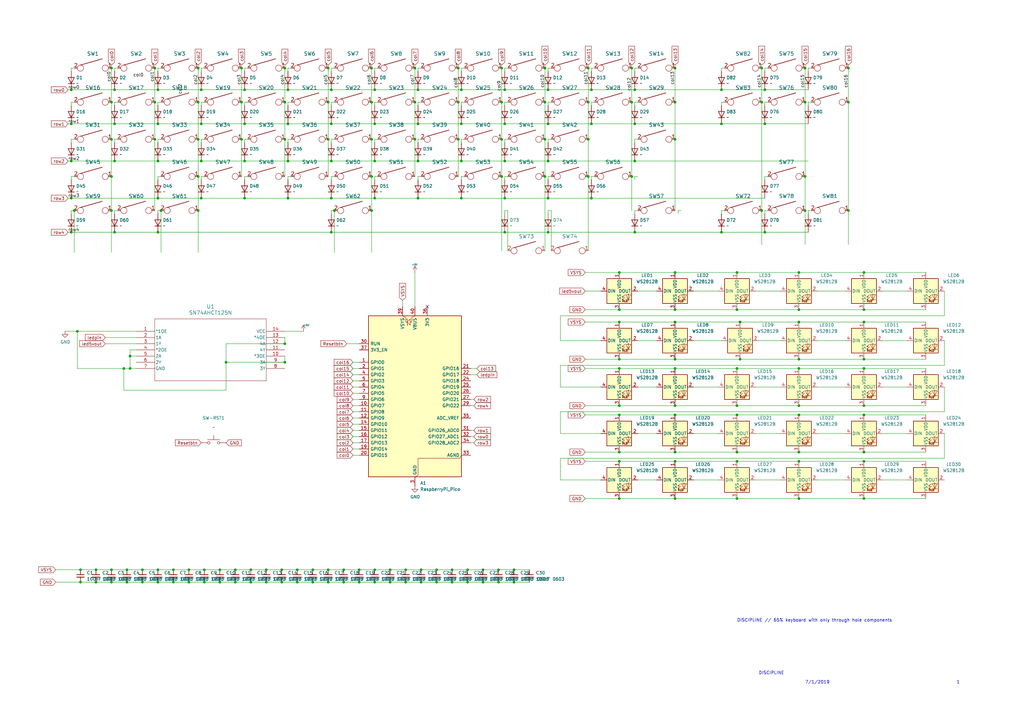
<source format=kicad_sch>
(kicad_sch (version 20250114) (generator "eeschema") (generator_version "9.0")
  (paper "A3")
  (text "1" (at 393.7 280.67 0) (effects (font (size 1.27 1.27)) (justify right bottom)))
  (text "DISCIPLINE" (at 311.15 276.86 0) (effects (font (size 1.27 1.27)) (justify left bottom)))
  (text "DISCIPLINE // 65% keyboard with only through hole components" (at 302.26 255.27 0) (effects (font (size 1.27 1.27)) (justify left bottom)))
  (text "7/1/2019" (at 330.2 280.67 0) (effects (font (size 1.27 1.27)) (justify left bottom)))
  (junction (at 33.02 233.68))
  (junction (at 327.66 151.13))
  (junction (at 241.3 41.91))
  (junction (at 276.86 127))
  (junction (at 102.87 238.76))
  (junction (at 77.47 238.76))
  (junction (at 189.23 66.04))
  (junction (at 354.33 132.08))
  (junction (at 330.2 27.94))
  (junction (at 254 132.08))
  (junction (at 160.02 238.76))
  (junction (at 204.47 233.68))
  (junction (at 302.26 189.23))
  (junction (at 100.33 66.04))
  (junction (at 187.96 41.91))
  (junction (at 185.42 238.76))
  (junction (at 153.67 238.76))
  (junction (at 303.53 132.08))
  (junction (at 100.33 50.8))
  (junction (at 90.17 238.76))
  (junction (at 152.4 41.91))
  (junction (at 45.72 233.68))
  (junction (at 179.07 238.76))
  (junction (at 295.91 95.25))
  (junction (at 77.47 233.68))
  (junction (at 82.55 66.04))
  (junction (at 241.3 72.39))
  (junction (at 153.67 81.28))
  (junction (at 83.82 238.76))
  (junction (at 83.82 233.68))
  (junction (at 71.12 238.76))
  (junction (at 327.66 166.37))
  (junction (at 354.33 111.76))
  (junction (at 116.84 57.15))
  (junction (at 29.21 50.8))
  (junction (at 118.11 36.83))
  (junction (at 63.5 57.15))
  (junction (at 276.86 166.37))
  (junction (at 96.52 233.68))
  (junction (at 52.07 238.76))
  (junction (at 276.86 111.76))
  (junction (at 254 111.76))
  (junction (at 92.71 148.59))
  (junction (at 260.35 36.83))
  (junction (at 64.77 66.04))
  (junction (at 46.99 95.25))
  (junction (at 45.72 238.76))
  (junction (at 205.74 57.15))
  (junction (at 312.42 41.91))
  (junction (at 153.67 50.8))
  (junction (at 118.11 66.04))
  (junction (at 153.67 233.68))
  (junction (at 53.34 151.13))
  (junction (at 354.33 170.18))
  (junction (at 45.72 57.15))
  (junction (at 330.2 86.36))
  (junction (at 118.11 81.28))
  (junction (at 276.86 41.91))
  (junction (at 313.69 36.83))
  (junction (at 260.35 95.25))
  (junction (at 189.23 81.28))
  (junction (at 29.21 81.28))
  (junction (at 99.06 27.94))
  (junction (at 172.72 238.76))
  (junction (at 295.91 36.83))
  (junction (at 354.33 127))
  (junction (at 207.01 50.8))
  (junction (at 259.08 27.94))
  (junction (at 160.02 233.68))
  (junction (at 46.99 66.04))
  (junction (at 134.62 41.91))
  (junction (at 135.89 81.28))
  (junction (at 81.28 41.91))
  (junction (at 166.37 233.68))
  (junction (at 140.97 238.76))
  (junction (at 254 127))
  (junction (at 189.23 50.8))
  (junction (at 116.84 27.94))
  (junction (at 302.26 151.13))
  (junction (at 198.12 238.76))
  (junction (at 82.55 81.28))
  (junction (at 354.33 151.13))
  (junction (at 82.55 50.8))
  (junction (at 109.22 238.76))
  (junction (at 223.52 72.39))
  (junction (at 254 185.42))
  (junction (at 347.98 41.91))
  (junction (at 100.33 81.28))
  (junction (at 330.2 41.91))
  (junction (at 118.11 50.8))
  (junction (at 137.16 86.36))
  (junction (at 64.77 238.76))
  (junction (at 198.12 233.68))
  (junction (at 135.89 66.04))
  (junction (at 276.86 204.47))
  (junction (at 134.62 233.68))
  (junction (at 39.37 238.76))
  (junction (at 52.07 233.68))
  (junction (at 260.35 50.8))
  (junction (at 128.27 238.76))
  (junction (at 115.57 233.68))
  (junction (at 39.37 233.68))
  (junction (at 327.66 147.32))
  (junction (at 242.57 81.28))
  (junction (at 302.26 185.42))
  (junction (at 116.84 41.91))
  (junction (at 276.86 189.23))
  (junction (at 354.33 185.42))
  (junction (at 276.86 147.32))
  (junction (at 64.77 81.28))
  (junction (at 302.26 204.47))
  (junction (at 354.33 166.37))
  (junction (at 96.52 238.76))
  (junction (at 276.86 151.13))
  (junction (at 29.21 95.25))
  (junction (at 330.2 72.39))
  (junction (at 99.06 57.15))
  (junction (at 152.4 27.94))
  (junction (at 276.86 185.42))
  (junction (at 242.57 50.8))
  (junction (at 64.77 36.83))
  (junction (at 302.26 127))
  (junction (at 254 147.32))
  (junction (at 327.66 185.42))
  (junction (at 99.06 41.91))
  (junction (at 171.45 81.28))
  (junction (at 152.4 86.36))
  (junction (at 58.42 238.76))
  (junction (at 224.79 50.8))
  (junction (at 187.96 57.15))
  (junction (at 327.66 189.23))
  (junction (at 121.92 238.76))
  (junction (at 223.52 27.94))
  (junction (at 81.28 72.39))
  (junction (at 140.97 233.68))
  (junction (at 135.89 95.25))
  (junction (at 302.26 111.76))
  (junction (at 260.35 66.04))
  (junction (at 50.8 151.13))
  (junction (at 170.18 27.94))
  (junction (at 102.87 233.68))
  (junction (at 46.99 50.8))
  (junction (at 45.72 86.36))
  (junction (at 147.32 233.68))
  (junction (at 254 189.23))
  (junction (at 33.02 238.76))
  (junction (at 115.57 238.76))
  (junction (at 152.4 72.39))
  (junction (at 81.28 27.94))
  (junction (at 152.4 57.15))
  (junction (at 224.79 36.83))
  (junction (at 241.3 57.15))
  (junction (at 153.67 66.04))
  (junction (at 354.33 189.23))
  (junction (at 31.75 135.89))
  (junction (at 210.82 238.76))
  (junction (at 242.57 36.83))
  (junction (at 205.74 27.94))
  (junction (at 224.79 81.28))
  (junction (at 134.62 27.94))
  (junction (at 276.86 57.15))
  (junction (at 45.72 27.94))
  (junction (at 179.07 233.68))
  (junction (at 254 204.47))
  (junction (at 207.01 66.04))
  (junction (at 45.72 72.39))
  (junction (at 327.66 132.08))
  (junction (at 29.21 36.83))
  (junction (at 347.98 27.94))
  (junction (at 259.08 41.91))
  (junction (at 191.77 238.76))
  (junction (at 29.21 66.04))
  (junction (at 205.74 41.91))
  (junction (at 134.62 57.15))
  (junction (at 327.66 111.76))
  (junction (at 241.3 27.94))
  (junction (at 313.69 50.8))
  (junction (at 64.77 50.8))
  (junction (at 204.47 238.76))
  (junction (at 135.89 36.83))
  (junction (at 53.34 146.05))
  (junction (at 276.86 27.94))
  (junction (at 312.42 86.36))
  (junction (at 153.67 36.83))
  (junction (at 223.52 41.91))
  (junction (at 224.79 95.25))
  (junction (at 312.42 27.94))
  (junction (at 171.45 66.04))
  (junction (at 210.82 233.68))
  (junction (at 254 170.18))
  (junction (at 276.86 132.08))
  (junction (at 354.33 147.32))
  (junction (at 254 166.37))
  (junction (at 171.45 36.83))
  (junction (at 295.91 50.8))
  (junction (at 170.18 41.91))
  (junction (at 166.37 238.76))
  (junction (at 46.99 36.83))
  (junction (at 109.22 233.68))
  (junction (at 64.77 233.68))
  (junction (at 30.48 86.36))
  (junction (at 302.26 166.37))
  (junction (at 327.66 204.47))
  (junction (at 66.04 86.36))
  (junction (at 82.55 36.83))
  (junction (at 254 151.13))
  (junction (at 207.01 95.25))
  (junction (at 189.23 36.83))
  (junction (at 313.69 95.25))
  (junction (at 303.53 147.32))
  (junction (at 259.08 72.39))
  (junction (at 223.52 57.15))
  (junction (at 185.42 233.68))
  (junction (at 128.27 233.68))
  (junction (at 207.01 36.83))
  (junction (at 170.18 57.15))
  (junction (at 224.79 66.04))
  (junction (at 347.98 86.36))
  (junction (at 116.84 140.97))
  (junction (at 191.77 233.68))
  (junction (at 63.5 27.94))
  (junction (at 45.72 41.91))
  (junction (at 121.92 233.68))
  (junction (at 100.33 36.83))
  (junction (at 147.32 238.76))
  (junction (at 81.28 86.36))
  (junction (at 135.89 50.8))
  (junction (at 58.42 233.68))
  (junction (at 207.01 81.28))
  (junction (at 71.12 233.68))
  (junction (at 302.26 170.18))
  (junction (at 116.84 148.59))
  (junction (at 354.33 204.47))
  (junction (at 64.77 95.25))
  (junction (at 276.86 170.18))
  (junction (at 187.96 27.94))
  (junction (at 63.5 41.91))
  (junction (at 327.66 127))
  (junction (at 327.66 170.18))
  (junction (at 172.72 233.68))
  (junction (at 171.45 50.8))
  (junction (at 90.17 233.68))
  (junction (at 81.28 57.15))
  (junction (at 134.62 238.76))
  (junction (at 205.74 72.39))
  (no_connect (at 175.26 125.73))
  (wire (pts (xy 153.67 57.15) (xy 153.67 58.42)))
  (wire (pts (xy 71.12 238.76) (xy 77.47 238.76)))
  (wire (pts (xy 147.32 233.68) (xy 153.67 233.68)))
  (wire (pts (xy 101.6 27.94) (xy 100.33 27.94)))
  (wire (pts (xy 223.52 27.94) (xy 223.52 41.91)))
  (wire (pts (xy 361.95 196.85) (xy 372.11 196.85)))
  (wire (pts (xy 116.84 146.05) (xy 116.84 148.59)))
  (wire (pts (xy 134.62 233.68) (xy 140.97 233.68)))
  (wire (pts (xy 64.77 238.76) (xy 71.12 238.76)))
  (wire (pts (xy 30.48 72.39) (xy 29.21 72.39)))
  (wire (pts (xy 172.72 57.15) (xy 171.45 57.15)))
  (wire (pts (xy 276.86 132.08) (xy 303.53 132.08)))
  (wire (pts (xy 118.11 36.83) (xy 135.89 36.83)))
  (wire (pts (xy 295.91 36.83) (xy 313.69 36.83)))
  (wire (pts (xy 261.62 139.7) (xy 269.24 139.7)))
  (wire (pts (xy 189.23 81.28) (xy 207.01 81.28)))
  (wire (pts (xy 260.35 72.39) (xy 260.35 73.66)))
  (wire (pts (xy 261.62 27.94) (xy 260.35 27.94)))
  (wire (pts (xy 118.11 27.94) (xy 118.11 29.21)))
  (wire (pts (xy 302.26 127) (xy 327.66 127)))
  (wire (pts (xy 82.55 27.94) (xy 82.55 29.21)))
  (wire (pts (xy 82.55 81.28) (xy 100.33 81.28)))
  (wire (pts (xy 241.3 27.94) (xy 241.3 41.91)))
  (wire (pts (xy 387.35 158.75) (xy 387.35 168.91)))
  (wire (pts (xy 100.33 57.15) (xy 100.33 58.42)))
  (wire (pts (xy 66.04 72.39) (xy 64.77 72.39)))
  (wire (pts (xy 223.52 57.15) (xy 223.52 72.39)))
  (wire (pts (xy 153.67 50.8) (xy 171.45 50.8)))
  (wire (pts (xy 29.21 36.83) (xy 46.99 36.83)))
  (wire (pts (xy 46.99 86.36) (xy 46.99 87.63)))
  (wire (pts (xy 261.62 72.39) (xy 260.35 72.39)))
  (wire (pts (xy 64.77 233.68) (xy 71.12 233.68)))
  (wire (pts (xy 140.97 238.76) (xy 147.32 238.76)))
  (wire (pts (xy 81.28 27.94) (xy 81.28 41.91)))
  (wire (pts (xy 347.98 41.91) (xy 347.98 86.36)))
  (wire (pts (xy 82.55 72.39) (xy 82.55 73.66)))
  (wire (pts (xy 116.84 135.89) (xy 124.46 135.89)))
  (wire (pts (xy 208.28 41.91) (xy 207.01 41.91)))
  (wire (pts (xy 29.21 66.04) (xy 46.99 66.04)))
  (wire (pts (xy 119.38 27.94) (xy 118.11 27.94)))
  (wire (pts (xy 309.88 158.75) (xy 320.04 158.75)))
  (wire (pts (xy 224.79 95.25) (xy 260.35 95.25)))
  (wire (pts (xy 137.16 27.94) (xy 135.89 27.94)))
  (wire (pts (xy 137.16 72.39) (xy 135.89 72.39)))
  (wire (pts (xy 260.35 57.15) (xy 260.35 58.42)))
  (wire (pts (xy 242.57 41.91) (xy 242.57 43.18)))
  (wire (pts (xy 171.45 41.91) (xy 171.45 43.18)))
  (wire (pts (xy 166.37 238.76) (xy 172.72 238.76)))
  (wire (pts (xy 276.86 27.94) (xy 276.86 41.91)))
  (wire (pts (xy 137.16 103.505) (xy 137.16 86.36)))
  (wire (pts (xy 154.94 57.15) (xy 153.67 57.15)))
  (wire (pts (xy 52.07 233.68) (xy 58.42 233.68)))
  (wire (pts (xy 144.78 171.45) (xy 147.32 171.45)))
  (wire (pts (xy 241.3 26.67) (xy 241.3 27.94)))
  (wire (pts (xy 52.07 238.76) (xy 58.42 238.76)))
  (wire (pts (xy 137.16 86.36) (xy 135.89 86.36)))
  (wire (pts (xy 185.42 233.68) (xy 191.77 233.68)))
  (wire (pts (xy 144.78 161.29) (xy 147.32 161.29)))
  (wire (pts (xy 115.57 238.76) (xy 121.92 238.76)))
  (wire (pts (xy 207.01 66.04) (xy 224.79 66.04)))
  (wire (pts (xy 302.26 204.47) (xy 327.66 204.47)))
  (wire (pts (xy 259.08 26.67) (xy 259.08 27.94)))
  (wire (pts (xy 260.35 50.8) (xy 295.91 50.8)))
  (wire (pts (xy 116.84 138.43) (xy 116.84 140.97)))
  (wire (pts (xy 92.71 148.59) (xy 116.84 148.59)))
  (wire (pts (xy 240.03 189.23) (xy 254 189.23)))
  (wire (pts (xy 205.74 57.15) (xy 205.74 72.39)))
  (wire (pts (xy 100.33 41.91) (xy 100.33 43.18)))
  (wire (pts (xy 309.88 196.85) (xy 320.04 196.85)))
  (wire (pts (xy 240.03 151.13) (xy 254 151.13)))
  (wire (pts (xy 82.55 57.15) (xy 82.55 58.42)))
  (wire (pts (xy 135.89 86.36) (xy 135.89 87.63)))
  (wire (pts (xy 254 189.23) (xy 276.86 189.23)))
  (wire (pts (xy 254 127) (xy 276.86 127)))
  (wire (pts (xy 229.87 168.91) (xy 229.87 177.8)))
  (wire (pts (xy 30.48 27.94) (xy 29.21 27.94)))
  (wire (pts (xy 254 151.13) (xy 276.86 151.13)))
  (wire (pts (xy 205.74 27.94) (xy 205.74 41.91)))
  (wire (pts (xy 160.02 233.68) (xy 166.37 233.68)))
  (wire (pts (xy 204.47 238.76) (xy 210.82 238.76)))
  (wire (pts (xy 193.04 166.37) (xy 194.31 166.37)))
  (wire (pts (xy 330.2 27.94) (xy 330.2 41.91)))
  (wire (pts (xy 153.67 233.68) (xy 160.02 233.68)))
  (wire (pts (xy 208.28 102.87) (xy 208.28 86.36)))
  (wire (pts (xy 327.66 111.76) (xy 354.33 111.76)))
  (wire (pts (xy 46.99 27.94) (xy 46.99 29.21)))
  (wire (pts (xy 64.77 50.8) (xy 82.55 50.8)))
  (wire (pts (xy 207.01 81.28) (xy 224.79 81.28)))
  (wire (pts (xy 331.47 41.91) (xy 331.47 43.18)))
  (wire (pts (xy 53.34 143.51) (xy 53.34 146.05)))
  (wire (pts (xy 135.89 36.83) (xy 153.67 36.83)))
  (wire (pts (xy 208.28 27.94) (xy 207.01 27.94)))
  (wire (pts (xy 240.03 119.38) (xy 246.38 119.38)))
  (wire (pts (xy 335.28 177.8) (xy 346.71 177.8)))
  (wire (pts (xy 313.69 27.94) (xy 313.69 29.21)))
  (wire (pts (xy 327.66 147.32) (xy 354.33 147.32)))
  (wire (pts (xy 39.37 233.68) (xy 45.72 233.68)))
  (wire (pts (xy 170.18 57.15) (xy 170.18 72.39)))
  (wire (pts (xy 29.21 81.28) (xy 64.77 81.28)))
  (wire (pts (xy 190.5 72.39) (xy 189.23 72.39)))
  (wire (pts (xy 109.22 233.68) (xy 115.57 233.68)))
  (wire (pts (xy 387.35 119.38) (xy 387.35 129.54)))
  (wire (pts (xy 118.11 81.28) (xy 135.89 81.28)))
  (wire (pts (xy 276.86 151.13) (xy 302.26 151.13)))
  (wire (pts (xy 241.3 72.39) (xy 241.3 102.87)))
  (wire (pts (xy 312.42 41.91) (xy 312.42 86.36)))
  (wire (pts (xy 314.96 27.94) (xy 313.69 27.94)))
  (wire (pts (xy 100.33 81.28) (xy 118.11 81.28)))
  (wire (pts (xy 189.23 50.8) (xy 207.01 50.8)))
  (wire (pts (xy 189.23 36.83) (xy 207.01 36.83)))
  (wire (pts (xy 229.87 177.8) (xy 246.38 177.8)))
  (wire (pts (xy 100.33 72.39) (xy 100.33 73.66)))
  (wire (pts (xy 331.47 27.94) (xy 331.47 29.21)))
  (wire (pts (xy 354.33 170.18) (xy 379.73 170.18)))
  (wire (pts (xy 331.47 86.36) (xy 331.47 87.63)))
  (wire (pts (xy 63.5 27.94) (xy 63.5 41.91)))
  (wire (pts (xy 55.88 151.13) (xy 53.34 151.13)))
  (wire (pts (xy 284.48 119.38) (xy 294.64 119.38)))
  (wire (pts (xy 81.28 103.505) (xy 81.28 86.36)))
  (wire (pts (xy 46.99 95.25) (xy 64.77 95.25)))
  (wire (pts (xy 226.06 27.94) (xy 224.79 27.94)))
  (wire (pts (xy 81.28 72.39) (xy 81.28 86.36)))
  (wire (pts (xy 187.96 26.67) (xy 187.96 27.94)))
  (wire (pts (xy 165.1 123.19) (xy 165.1 125.73)))
  (wire (pts (xy 191.77 238.76) (xy 198.12 238.76)))
  (wire (pts (xy 46.99 36.83) (xy 64.77 36.83)))
  (wire (pts (xy 254 204.47) (xy 276.86 204.47)))
  (wire (pts (xy 276.86 57.15) (xy 276.86 86.36)))
  (wire (pts (xy 147.32 186.69) (xy 144.78 186.69)))
  (wire (pts (xy 99.06 26.67) (xy 99.06 27.94)))
  (wire (pts (xy 83.82 72.39) (xy 82.55 72.39)))
  (wire (pts (xy 171.45 81.28) (xy 189.23 81.28)))
  (wire (pts (xy 63.5 57.15) (xy 63.5 86.36)))
  (wire (pts (xy 144.78 148.59) (xy 147.32 148.59)))
  (wire (pts (xy 189.23 41.91) (xy 189.23 43.18)))
  (wire (pts (xy 284.48 177.8) (xy 294.64 177.8)))
  (wire (pts (xy 224.79 36.83) (xy 242.57 36.83)))
  (wire (pts (xy 229.87 187.96) (xy 229.87 196.85)))
  (wire (pts (xy 185.42 238.76) (xy 191.77 238.76)))
  (wire (pts (xy 100.33 50.8) (xy 118.11 50.8)))
  (wire (pts (xy 313.69 86.36) (xy 313.69 87.63)))
  (wire (pts (xy 295.91 86.36) (xy 295.91 87.63)))
  (wire (pts (xy 330.2 72.39) (xy 330.2 86.36)))
  (wire (pts (xy 207.01 57.15) (xy 207.01 58.42)))
  (wire (pts (xy 361.95 158.75) (xy 372.11 158.75)))
  (wire (pts (xy 101.6 72.39) (xy 100.33 72.39)))
  (wire (pts (xy 189.23 57.15) (xy 189.23 58.42)))
  (wire (pts (xy 260.35 27.94) (xy 260.35 29.21)))
  (wire (pts (xy 314.96 86.36) (xy 313.69 86.36)))
  (wire (pts (xy 313.69 50.8) (xy 331.47 50.8)))
  (wire (pts (xy 170.18 41.91) (xy 170.18 57.15)))
  (wire (pts (xy 22.86 233.68) (xy 33.02 233.68)))
  (wire (pts (xy 312.42 27.94) (xy 312.42 41.91)))
  (wire (pts (xy 92.71 140.97) (xy 92.71 148.59)))
  (wire (pts (xy 224.79 41.91) (xy 224.79 43.18)))
  (wire (pts (xy 330.2 41.91) (xy 330.2 72.39)))
  (wire (pts (xy 30.48 86.36) (xy 29.21 86.36)))
  (wire (pts (xy 327.66 151.13) (xy 354.33 151.13)))
  (wire (pts (xy 276.86 166.37) (xy 302.26 166.37)))
  (wire (pts (xy 144.78 179.07) (xy 147.32 179.07)))
  (wire (pts (xy 190.5 27.94) (xy 189.23 27.94)))
  (wire (pts (xy 240.03 127) (xy 254 127)))
  (wire (pts (xy 314.96 72.39) (xy 313.69 72.39)))
  (wire (pts (xy 260.35 95.25) (xy 295.91 95.25)))
  (wire (pts (xy 313.69 72.39) (xy 313.69 73.66)))
  (wire (pts (xy 242.57 72.39) (xy 242.57 73.66)))
  (wire (pts (xy 118.11 50.8) (xy 135.89 50.8)))
  (wire (pts (xy 134.62 57.15) (xy 134.62 72.39)))
  (wire (pts (xy 295.91 95.25) (xy 313.69 95.25)))
  (wire (pts (xy 144.78 184.15) (xy 147.32 184.15)))
  (wire (pts (xy 193.04 181.61) (xy 194.31 181.61)))
  (wire (pts (xy 193.04 153.67) (xy 195.58 153.67)))
  (wire (pts (xy 96.52 238.76) (xy 102.87 238.76)))
  (wire (pts (xy 261.62 177.8) (xy 269.24 177.8)))
  (wire (pts (xy 160.02 238.76) (xy 166.37 238.76)))
  (wire (pts (xy 135.89 81.28) (xy 153.67 81.28)))
  (wire (pts (xy 226.06 41.91) (xy 224.79 41.91)))
  (wire (pts (xy 276.86 41.91) (xy 276.86 57.15)))
  (wire (pts (xy 276.86 147.32) (xy 303.53 147.32)))
  (wire (pts (xy 26.67 135.89) (xy 31.75 135.89)))
  (wire (pts (xy 144.78 151.13) (xy 147.32 151.13)))
  (wire (pts (xy 63.5 41.91) (xy 63.5 57.15)))
  (wire (pts (xy 207.01 41.91) (xy 207.01 43.18)))
  (wire (pts (xy 64.77 81.28) (xy 82.55 81.28)))
  (wire (pts (xy 66.04 86.36) (xy 64.77 86.36)))
  (wire (pts (xy 302.26 185.42) (xy 327.66 185.42)))
  (wire (pts (xy 260.35 36.83) (xy 295.91 36.83)))
  (wire (pts (xy 241.3 41.91) (xy 241.3 57.15)))
  (wire (pts (xy 166.37 233.68) (xy 172.72 233.68)))
  (wire (pts (xy 284.48 196.85) (xy 294.64 196.85)))
  (wire (pts (xy 27.94 95.25) (xy 29.21 95.25)))
  (wire (pts (xy 276.86 204.47) (xy 302.26 204.47)))
  (wire (pts (xy 71.12 233.68) (xy 77.47 233.68)))
  (wire (pts (xy 327.66 166.37) (xy 354.33 166.37)))
  (wire (pts (xy 116.84 27.94) (xy 116.84 41.91)))
  (wire (pts (xy 254 170.18) (xy 276.86 170.18)))
  (wire (pts (xy 242.57 27.94) (xy 242.57 29.21)))
  (wire (pts (xy 144.78 168.91) (xy 147.32 168.91)))
  (wire (pts (xy 254 111.76) (xy 276.86 111.76)))
  (wire (pts (xy 195.58 151.13) (xy 193.04 151.13)))
  (wire (pts (xy 327.66 127) (xy 354.33 127)))
  (wire (pts (xy 82.55 41.91) (xy 82.55 43.18)))
  (wire (pts (xy 30.48 57.15) (xy 29.21 57.15)))
  (wire (pts (xy 172.72 72.39) (xy 171.45 72.39)))
  (wire (pts (xy 302.26 189.23) (xy 327.66 189.23)))
  (wire (pts (xy 64.77 86.36) (xy 64.77 87.63)))
  (wire (pts (xy 135.89 95.25) (xy 207.01 95.25)))
  (wire (pts (xy 29.21 57.15) (xy 29.21 58.42)))
  (wire (pts (xy 83.82 233.68) (xy 90.17 233.68)))
  (wire (pts (xy 241.3 57.15) (xy 241.3 72.39)))
  (wire (pts (xy 302.26 111.76) (xy 327.66 111.76)))
  (wire (pts (xy 335.28 158.75) (xy 346.71 158.75)))
  (wire (pts (xy 327.66 170.18) (xy 354.33 170.18)))
  (wire (pts (xy 312.42 86.36) (xy 312.42 100.33)))
  (wire (pts (xy 29.21 41.91) (xy 29.21 43.18)))
  (wire (pts (xy 64.77 95.25) (xy 135.89 95.25)))
  (wire (pts (xy 224.79 27.94) (xy 224.79 29.21)))
  (wire (pts (xy 55.88 143.51) (xy 53.34 143.51)))
  (wire (pts (xy 330.2 26.67) (xy 330.2 27.94)))
  (wire (pts (xy 128.27 233.68) (xy 134.62 233.68)))
  (wire (pts (xy 335.28 196.85) (xy 346.71 196.85)))
  (wire (pts (xy 99.06 41.91) (xy 99.06 57.15)))
  (wire (pts (xy 116.84 26.67) (xy 116.84 27.94)))
  (wire (pts (xy 83.82 27.94) (xy 82.55 27.94)))
  (wire (pts (xy 207.01 36.83) (xy 224.79 36.83)))
  (wire (pts (xy 332.74 41.91) (xy 331.47 41.91)))
  (wire (pts (xy 284.48 158.75) (xy 294.64 158.75)))
  (wire (pts (xy 242.57 81.28) (xy 313.69 81.28)))
  (wire (pts (xy 276.86 26.67) (xy 276.86 27.94)))
  (wire (pts (xy 276.86 111.76) (xy 302.26 111.76)))
  (wire (pts (xy 153.67 238.76) (xy 160.02 238.76)))
  (wire (pts (xy 171.45 66.04) (xy 189.23 66.04)))
  (wire (pts (xy 53.34 151.13) (xy 50.8 151.13)))
  (wire (pts (xy 261.62 57.15) (xy 260.35 57.15)))
  (wire (pts (xy 297.18 41.91) (xy 295.91 41.91)))
  (wire (pts (xy 207.01 50.8) (xy 224.79 50.8)))
  (wire (pts (xy 46.99 50.8) (xy 64.77 50.8)))
  (wire (pts (xy 118.11 66.04) (xy 135.89 66.04)))
  (wire (pts (xy 229.87 149.86) (xy 387.35 149.86)))
  (wire (pts (xy 31.75 151.13) (xy 31.75 135.89)))
  (wire (pts (xy 152.4 27.94) (xy 152.4 41.91)))
  (wire (pts (xy 29.21 95.25) (xy 46.99 95.25)))
  (wire (pts (xy 170.18 26.67) (xy 170.18 27.94)))
  (wire (pts (xy 96.52 233.68) (xy 102.87 233.68)))
  (wire (pts (xy 58.42 238.76) (xy 64.77 238.76)))
  (wire (pts (xy 259.08 72.39) (xy 259.08 86.36)))
  (wire (pts (xy 243.84 72.39) (xy 242.57 72.39)))
  (wire (pts (xy 302.26 170.18) (xy 327.66 170.18)))
  (wire (pts (xy 50.8 151.13) (xy 31.75 151.13)))
  (wire (pts (xy 135.89 57.15) (xy 135.89 58.42)))
  (wire (pts (xy 153.67 27.94) (xy 153.67 29.21)))
  (wire (pts (xy 297.18 27.94) (xy 295.91 27.94)))
  (wire (pts (xy 43.18 140.97) (xy 55.88 140.97)))
  (wire (pts (xy 116.84 57.15) (xy 116.84 72.39)))
  (wire (pts (xy 152.4 103.505) (xy 152.4 86.36)))
  (wire (pts (xy 198.12 233.68) (xy 204.47 233.68)))
  (wire (pts (xy 205.74 72.39) (xy 205.74 102.87)))
  (wire (pts (xy 119.38 41.91) (xy 118.11 41.91)))
  (wire (pts (xy 226.06 86.36) (xy 224.79 86.36)))
  (wire (pts (xy 153.67 81.28) (xy 171.45 81.28)))
  (wire (pts (xy 119.38 57.15) (xy 118.11 57.15)))
  (wire (pts (xy 64.77 41.91) (xy 64.77 43.18)))
  (wire (pts (xy 261.62 86.36) (xy 260.35 86.36)))
  (wire (pts (xy 142.24 140.97) (xy 147.32 140.97)))
  (wire (pts (xy 172.72 27.94) (xy 171.45 27.94)))
  (wire (pts (xy 172.72 41.91) (xy 171.45 41.91)))
  (wire (pts (xy 171.45 27.94) (xy 171.45 29.21)))
  (wire (pts (xy 152.4 26.67) (xy 152.4 27.94)))
  (wire (pts (xy 81.28 26.67) (xy 81.28 27.94)))
  (wire (pts (xy 229.87 196.85) (xy 246.38 196.85)))
  (wire (pts (xy 208.28 57.15) (xy 207.01 57.15)))
  (wire (pts (xy 119.38 72.39) (xy 118.11 72.39)))
  (wire (pts (xy 205.74 41.91) (xy 205.74 57.15)))
  (wire (pts (xy 55.88 146.05) (xy 53.34 146.05)))
  (wire (pts (xy 303.53 132.08) (xy 327.66 132.08)))
  (wire (pts (xy 152.4 72.39) (xy 152.4 86.36)))
  (wire (pts (xy 347.98 27.94) (xy 347.98 41.91)))
  (wire (pts (xy 303.53 147.32) (xy 327.66 147.32)))
  (wire (pts (xy 327.66 204.47) (xy 354.33 204.47)))
  (wire (pts (xy 135.89 50.8) (xy 153.67 50.8)))
  (wire (pts (xy 58.42 233.68) (xy 64.77 233.68)))
  (wire (pts (xy 46.99 57.15) (xy 46.99 58.42)))
  (wire (pts (xy 229.87 129.54) (xy 229.87 139.7)))
  (wire (pts (xy 260.35 41.91) (xy 260.35 43.18)))
  (wire (pts (xy 33.02 233.68) (xy 39.37 233.68)))
  (wire (pts (xy 240.03 170.18) (xy 254 170.18)))
  (wire (pts (xy 144.78 158.75) (xy 147.32 158.75)))
  (wire (pts (xy 309.88 119.38) (xy 320.04 119.38)))
  (wire (pts (xy 354.33 147.32) (xy 379.73 147.32)))
  (wire (pts (xy 187.96 57.15) (xy 187.96 72.39)))
  (wire (pts (xy 121.92 233.68) (xy 128.27 233.68)))
  (wire (pts (xy 99.06 57.15) (xy 99.06 72.39)))
  (wire (pts (xy 153.67 66.04) (xy 171.45 66.04)))
  (wire (pts (xy 45.72 41.91) (xy 45.72 57.15)))
  (wire (pts (xy 224.79 50.8) (xy 242.57 50.8)))
  (wire (pts (xy 45.72 26.67) (xy 45.72 27.94)))
  (wire (pts (xy 90.17 233.68) (xy 96.52 233.68)))
  (wire (pts (xy 171.45 72.39) (xy 171.45 73.66)))
  (wire (pts (xy 64.77 36.83) (xy 82.55 36.83)))
  (wire (pts (xy 254 166.37) (xy 276.86 166.37)))
  (wire (pts (xy 261.62 119.38) (xy 269.24 119.38)))
  (wire (pts (xy 207.01 95.25) (xy 224.79 95.25)))
  (wire (pts (xy 77.47 238.76) (xy 83.82 238.76)))
  (wire (pts (xy 153.67 41.91) (xy 153.67 43.18)))
  (wire (pts (xy 302.26 166.37) (xy 327.66 166.37)))
  (wire (pts (xy 240.03 185.42) (xy 254 185.42)))
  (wire (pts (xy 190.5 41.91) (xy 189.23 41.91)))
  (wire (pts (xy 144.78 176.53) (xy 147.32 176.53)))
  (wire (pts (xy 27.94 81.28) (xy 29.21 81.28)))
  (wire (pts (xy 189.23 72.39) (xy 189.23 73.66)))
  (wire (pts (xy 223.52 41.91) (xy 223.52 57.15)))
  (wire (pts (xy 64.77 57.15) (xy 64.77 58.42)))
  (wire (pts (xy 260.35 86.36) (xy 260.35 87.63)))
  (wire (pts (xy 276.86 170.18) (xy 302.26 170.18)))
  (wire (pts (xy 50.8 160.02) (xy 50.8 151.13)))
  (wire (pts (xy 154.94 72.39) (xy 153.67 72.39)))
  (wire (pts (xy 361.95 177.8) (xy 372.11 177.8)))
  (wire (pts (xy 153.67 72.39) (xy 153.67 73.66)))
  (wire (pts (xy 27.94 50.8) (xy 29.21 50.8)))
  (wire (pts (xy 210.82 233.68) (xy 217.17 233.68)))
  (wire (pts (xy 77.47 233.68) (xy 83.82 233.68)))
  (wire (pts (xy 116.84 41.91) (xy 116.84 57.15)))
  (wire (pts (xy 205.74 26.67) (xy 205.74 27.94)))
  (wire (pts (xy 171.45 36.83) (xy 189.23 36.83)))
  (wire (pts (xy 295.91 50.8) (xy 313.69 50.8)))
  (wire (pts (xy 99.06 27.94) (xy 99.06 41.91)))
  (wire (pts (xy 207.01 72.39) (xy 207.01 73.66)))
  (wire (pts (xy 240.03 166.37) (xy 254 166.37)))
  (wire (pts (xy 134.62 41.91) (xy 134.62 57.15)))
  (wire (pts (xy 135.89 27.94) (xy 135.89 29.21)))
  (wire (pts (xy 207.01 27.94) (xy 207.01 29.21)))
  (wire (pts (xy 45.72 238.76) (xy 52.07 238.76)))
  (wire (pts (xy 361.95 119.38) (xy 372.11 119.38)))
  (wire (pts (xy 361.95 139.7) (xy 372.11 139.7)))
  (wire (pts (xy 242.57 50.8) (xy 260.35 50.8)))
  (wire (pts (xy 121.92 238.76) (xy 128.27 238.76)))
  (wire (pts (xy 330.2 86.36) (xy 330.2 100.33)))
  (wire (pts (xy 224.79 72.39) (xy 224.79 73.66)))
  (wire (pts (xy 179.07 233.68) (xy 185.42 233.68)))
  (wire (pts (xy 347.98 26.67) (xy 347.98 27.94)))
  (wire (pts (xy 27.94 36.83) (xy 29.21 36.83)))
  (wire (pts (xy 171.45 57.15) (xy 171.45 58.42)))
  (wire (pts (xy 48.26 57.15) (xy 46.99 57.15)))
  (wire (pts (xy 354.33 189.23) (xy 379.73 189.23)))
  (wire (pts (xy 259.08 27.94) (xy 259.08 41.91)))
  (wire (pts (xy 46.99 66.04) (xy 64.77 66.04)))
  (wire (pts (xy 102.87 238.76) (xy 109.22 238.76)))
  (wire (pts (xy 224.79 81.28) (xy 242.57 81.28)))
  (wire (pts (xy 187.96 27.94) (xy 187.96 41.91)))
  (wire (pts (xy 254 132.08) (xy 276.86 132.08)))
  (wire (pts (xy 100.33 36.83) (xy 118.11 36.83)))
  (wire (pts (xy 82.55 36.83) (xy 100.33 36.83)))
  (wire (pts (xy 335.28 139.7) (xy 346.71 139.7)))
  (wire (pts (xy 135.89 66.04) (xy 153.67 66.04)))
  (wire (pts (xy 83.82 238.76) (xy 90.17 238.76)))
  (wire (pts (xy 327.66 132.08) (xy 354.33 132.08)))
  (wire (pts (xy 33.02 238.76) (xy 39.37 238.76)))
  (wire (pts (xy 66.04 27.94) (xy 64.77 27.94)))
  (wire (pts (xy 278.13 86.36) (xy 278.13 87.63)))
  (wire (pts (xy 140.97 233.68) (xy 147.32 233.68)))
  (wire (pts (xy 64.77 27.94) (xy 64.77 29.21)))
  (wire (pts (xy 387.35 139.7) (xy 387.35 149.86)))
  (wire (pts (xy 254 147.32) (xy 276.86 147.32)))
  (wire (pts (xy 100.33 66.04) (xy 118.11 66.04)))
  (wire (pts (xy 354.33 185.42) (xy 379.73 185.42)))
  (wire (pts (xy 387.35 129.54) (xy 229.87 129.54)))
  (wire (pts (xy 92.71 160.02) (xy 50.8 160.02)))
  (wire (pts (xy 332.74 27.94) (xy 331.47 27.94)))
  (wire (pts (xy 172.72 238.76) (xy 179.07 238.76)))
  (wire (pts (xy 30.48 41.91) (xy 29.21 41.91)))
  (wire (pts (xy 29.21 50.8) (xy 46.99 50.8)))
  (wire (pts (xy 39.37 238.76) (xy 45.72 238.76)))
  (wire (pts (xy 260.35 66.04) (xy 331.47 66.04)))
  (wire (pts (xy 45.72 72.39) (xy 45.72 86.36)))
  (wire (pts (xy 279.4 86.36) (xy 278.13 86.36)))
  (wire (pts (xy 327.66 189.23) (xy 354.33 189.23)))
  (wire (pts (xy 208.28 86.36) (xy 207.01 86.36)))
  (wire (pts (xy 64.77 66.04) (xy 82.55 66.04)))
  (wire (pts (xy 276.86 189.23) (xy 302.26 189.23)))
  (wire (pts (xy 109.22 238.76) (xy 115.57 238.76)))
  (wire (pts (xy 102.87 233.68) (xy 109.22 233.68)))
  (wire (pts (xy 327.66 185.42) (xy 354.33 185.42)))
  (wire (pts (xy 144.78 156.21) (xy 147.32 156.21)))
  (wire (pts (xy 261.62 196.85) (xy 269.24 196.85)))
  (wire (pts (xy 27.94 66.04) (xy 29.21 66.04)))
  (wire (pts (xy 229.87 187.96) (xy 387.35 187.96)))
  (wire (pts (xy 198.12 238.76) (xy 204.47 238.76)))
  (wire (pts (xy 66.04 57.15) (xy 64.77 57.15)))
  (wire (pts (xy 46.99 41.91) (xy 46.99 43.18)))
  (wire (pts (xy 153.67 36.83) (xy 171.45 36.83)))
  (wire (pts (xy 48.26 27.94) (xy 46.99 27.94)))
  (wire (pts (xy 135.89 72.39) (xy 135.89 73.66)))
  (wire (pts (xy 229.87 149.86) (xy 229.87 158.75)))
  (wire (pts (xy 313.69 36.83) (xy 331.47 36.83)))
  (wire (pts (xy 354.33 132.08) (xy 379.73 132.08)))
  (wire (pts (xy 354.33 166.37) (xy 379.73 166.37)))
  (wire (pts (xy 284.48 139.7) (xy 295.91 139.7)))
  (wire (pts (xy 193.04 179.07) (xy 194.31 179.07)))
  (wire (pts (xy 128.27 238.76) (xy 134.62 238.76)))
  (wire (pts (xy 82.55 66.04) (xy 100.33 66.04)))
  (wire (pts (xy 147.32 238.76) (xy 153.67 238.76)))
  (wire (pts (xy 240.03 204.47) (xy 254 204.47)))
  (wire (pts (xy 66.04 103.505) (xy 66.04 86.36)))
  (wire (pts (xy 302.26 151.13) (xy 327.66 151.13)))
  (wire (pts (xy 259.08 41.91) (xy 259.08 72.39)))
  (wire (pts (xy 29.21 72.39) (xy 29.21 73.66)))
  (wire (pts (xy 29.21 27.94) (xy 29.21 29.21)))
  (wire (pts (xy 100.33 27.94) (xy 100.33 29.21)))
  (wire (pts (xy 261.62 41.91) (xy 260.35 41.91)))
  (wire (pts (xy 332.74 86.36) (xy 331.47 86.36)))
  (wire (pts (xy 170.18 111.76) (xy 170.18 125.73)))
  (wire (pts (xy 144.78 166.37) (xy 147.32 166.37)))
  (wire (pts (xy 311.15 139.7) (xy 320.04 139.7)))
  (wire (pts (xy 226.06 57.15) (xy 224.79 57.15)))
  (wire (pts (xy 387.35 177.8) (xy 387.35 187.96)))
  (wire (pts (xy 207.01 86.36) (xy 207.01 87.63)))
  (wire (pts (xy 223.52 72.39) (xy 223.52 102.87)))
  (wire (pts (xy 134.62 27.94) (xy 134.62 41.91)))
  (wire (pts (xy 22.86 238.76) (xy 33.02 238.76)))
  (wire (pts (xy 83.82 41.91) (xy 82.55 41.91)))
  (wire (pts (xy 354.33 151.13) (xy 379.73 151.13)))
  (wire (pts (xy 313.69 41.91) (xy 313.69 43.18)))
  (wire (pts (xy 101.6 57.15) (xy 100.33 57.15)))
  (wire (pts (xy 137.16 41.91) (xy 135.89 41.91)))
  (wire (pts (xy 242.57 36.83) (xy 260.35 36.83)))
  (wire (pts (xy 297.18 86.36) (xy 295.91 86.36)))
  (wire (pts (xy 261.62 158.75) (xy 269.24 158.75)))
  (wire (pts (xy 90.17 238.76) (xy 96.52 238.76)))
  (wire (pts (xy 347.98 86.36) (xy 347.98 100.33)))
  (wire (pts (xy 134.62 26.67) (xy 134.62 27.94)))
  (wire (pts (xy 254 185.42) (xy 276.86 185.42)))
  (wire (pts (xy 226.06 72.39) (xy 224.79 72.39)))
  (wire (pts (xy 115.57 233.68) (xy 121.92 233.68)))
  (wire (pts (xy 312.42 26.67) (xy 312.42 27.94)))
  (wire (pts (xy 229.87 168.91) (xy 387.35 168.91)))
  (wire (pts (xy 243.84 41.91) (xy 242.57 41.91)))
  (wire (pts (xy 144.78 173.99) (xy 147.32 173.99)))
  (wire (pts (xy 224.79 66.04) (xy 260.35 66.04)))
  (wire (pts (xy 335.28 119.38) (xy 346.71 119.38)))
  (wire (pts (xy 101.6 41.91) (xy 100.33 41.91)))
  (wire (pts (xy 154.94 27.94) (xy 153.67 27.94)))
  (wire (pts (xy 64.77 72.39) (xy 64.77 73.66)))
  (wire (pts (xy 189.23 66.04) (xy 207.01 66.04)))
  (wire (pts (xy 210.82 238.76) (xy 217.17 238.76)))
  (wire (pts (xy 31.75 135.89) (xy 55.88 135.89)))
  (wire (pts (xy 189.23 27.94) (xy 189.23 29.21)))
  (wire (pts (xy 144.78 181.61) (xy 147.32 181.61)))
  (wire (pts (xy 313.69 95.25) (xy 331.47 95.25)))
  (wire (pts (xy 240.03 111.76) (xy 254 111.76)))
  (wire (pts (xy 354.33 204.47) (xy 379.73 204.47)))
  (wire (pts (xy 152.4 57.15) (xy 152.4 72.39)))
  (wire (pts (xy 154.94 41.91) (xy 153.67 41.91)))
  (wire (pts (xy 63.5 26.67) (xy 63.5 27.94)))
  (wire (pts (xy 152.4 41.91) (xy 152.4 57.15)))
  (wire (pts (xy 223.52 26.67) (xy 223.52 27.94)))
  (wire (pts (xy 229.87 139.7) (xy 246.38 139.7)))
  (wire (pts (xy 240.03 132.08) (xy 254 132.08)))
  (wire (pts (xy 240.03 147.32) (xy 254 147.32)))
  (wire (pts (xy 118.11 72.39) (xy 118.11 73.66)))
  (wire (pts (xy 354.33 111.76) (xy 379.73 111.76)))
  (wire (pts (xy 66.04 41.91) (xy 64.77 41.91)))
  (wire (pts (xy 170.18 27.94) (xy 170.18 41.91)))
  (wire (pts (xy 190.5 57.15) (xy 189.23 57.15)))
  (wire (pts (xy 226.06 102.87) (xy 226.06 86.36)))
  (wire (pts (xy 118.11 41.91) (xy 118.11 43.18)))
  (wire (pts (xy 30.48 103.505) (xy 30.48 86.36)))
  (wire (pts (xy 137.16 57.15) (xy 135.89 57.15)))
  (wire (pts (xy 193.04 176.53) (xy 194.31 176.53)))
  (wire (pts (xy 118.11 57.15) (xy 118.11 58.42)))
  (wire (pts (xy 144.78 163.83) (xy 147.32 163.83)))
  (wire (pts (xy 53.34 146.05) (xy 53.34 151.13)))
  (wire (pts (xy 134.62 238.76) (xy 140.97 238.76)))
  (wire (pts (xy 295.91 27.94) (xy 295.91 29.21)))
  (wire (pts (xy 309.88 177.8) (xy 320.04 177.8)))
  (wire (pts (xy 208.28 72.39) (xy 207.01 72.39)))
  (wire (pts (xy 48.26 86.36) (xy 46.99 86.36)))
  (wire (pts (xy 229.87 158.75) (xy 246.38 158.75)))
  (wire (pts (xy 29.21 86.36) (xy 29.21 87.63)))
  (wire (pts (xy 116.84 140.97) (xy 92.71 140.97)))
  (wire (pts (xy 193.04 163.83) (xy 194.31 163.83)))
  (wire (pts (xy 144.78 153.67) (xy 147.32 153.67)))
  (wire (pts (xy 276.86 127) (xy 302.26 127)))
  (wire (pts (xy 187.96 41.91) (xy 187.96 57.15)))
  (wire (pts (xy 276.86 185.42) (xy 302.26 185.42)))
  (wire (pts (xy 83.82 57.15) (xy 82.55 57.15)))
  (wire (pts (xy 135.89 41.91) (xy 135.89 43.18)))
  (wire (pts (xy 224.79 86.36) (xy 224.79 87.63)))
  (wire (pts (xy 45.72 57.15) (xy 45.72 72.39)))
  (wire (pts (xy 171.45 50.8) (xy 189.23 50.8)))
  (wire (pts (xy 224.79 57.15) (xy 224.79 58.42)))
  (wire (pts (xy 354.33 127) (xy 379.73 127)))
  (wire (pts (xy 81.28 41.91) (xy 81.28 57.15)))
  (wire (pts (xy 191.77 233.68) (xy 198.12 233.68)))
  (wire (pts (xy 45.72 233.68) (xy 52.07 233.68)))
  (wire (pts (xy 45.72 27.94) (xy 45.72 41.91)))
  (wire (pts (xy 179.07 238.76) (xy 185.42 238.76)))
  (wire (pts (xy 81.28 57.15) (xy 81.28 72.39)))
  (wire (pts (xy 45.72 103.505) (xy 45.72 86.36)))
  (wire (pts (xy 82.55 50.8) (xy 100.33 50.8)))
  (wire (pts (xy 43.18 138.43) (xy 55.88 138.43)))
  (wire (pts (xy 295.91 41.91) (xy 295.91 43.18)))
  (wire (pts (xy 243.84 27.94) (xy 242.57 27.94)))
  (wire (pts (xy 48.26 41.91) (xy 46.99 41.91)))
  (wire (pts (xy 314.96 41.91) (xy 313.69 41.91)))
  (wire (pts (xy 172.72 233.68) (xy 179.07 233.68)))
  (wire (pts (xy 204.47 233.68) (xy 210.82 233.68)))
  (wire (pts (xy 92.71 148.59) (xy 92.71 160.02)))
  (label "col2" (at 74.93 34.29 270))
  (label "col4" (at 116.84 30.48 270))
  (label "row4" (at 27.94 95.25 0))
  (label "col1" (at 63.5 29.21 270))
  (label "col12" (at 259.08 31.75 270))
  (label "row0" (at 27.94 36.83 0))
  (label "row1" (at 27.94 50.8 0))
  (label "col16" (at 347.98 30.48 270))
  (label "col9" (at 205.74 33.02 270))
  (label "col14" (at 312.42 30.48 270))
  (label "col15" (at 330.2 30.48 270))
  (label "col0" (at 54.61 31.75 0))
  (label "col11" (at 241.3 29.21 270))
  (label "col13" (at 276.86 29.21 270))
  (label "col2" (at 81.28 30.48 270))
  (label "col6" (at 152.4 30.48 270))
  (label "row2" (at 27.94 66.04 0))
  (label "col5" (at 134.62 30.48 270))
  (label "col3" (at 99.06 30.48 270))
  (label "col7" (at 170.18 30.48 270))
  (label "col0" (at 45.72 29.21 270))
  (label "col10" (at 223.52 30.48 270))
  (label "col8" (at 187.96 31.75 270))
  (label "row3" (at 27.94 81.28 0))
  (global_label "col9" (shape input) (at 205.74 26.67 90) (property "Intersheetrefs" "${INTERSHEET_REFS}" (effects (hide yes))))
  (global_label "col4" (shape input) (at 116.84 26.67 90) (property "Intersheetrefs" "${INTERSHEET_REFS}" (effects (hide yes))))
  (global_label "col3" (shape input) (at 144.78 179.07 180) (property "Intersheetrefs" "${INTERSHEET_REFS}" (effects (hide yes))))
  (global_label "col14" (shape input) (at 312.42 26.67 90) (property "Intersheetrefs" "${INTERSHEET_REFS}" (effects (hide yes))))
  (global_label "row3" (shape input) (at 27.94 81.28 180) (property "Intersheetrefs" "${INTERSHEET_REFS}" (effects (hide yes))))
  (global_label "GND" (shape input) (at 92.71 181.61 0) (property "Intersheetrefs" "${INTERSHEET_REFS}" (effects (hide yes))))
  (global_label "GND" (shape input) (at 22.86 238.76 180) (property "Intersheetrefs" "${INTERSHEET_REFS}" (effects (hide yes))))
  (global_label "GND" (shape input) (at 240.03 185.42 180) (property "Intersheetrefs" "${INTERSHEET_REFS}" (effects (hide yes))))
  (global_label "row0" (shape input) (at 27.94 36.83 180) (property "Intersheetrefs" "${INTERSHEET_REFS}" (effects (hide yes))))
  (global_label "col11" (shape input) (at 241.3 26.67 90) (property "Intersheetrefs" "${INTERSHEET_REFS}" (effects (hide yes))))
  (global_label "col7" (shape input) (at 170.18 26.67 90) (property "Intersheetrefs" "${INTERSHEET_REFS}" (effects (hide yes))))
  (global_label "row1" (shape input) (at 194.31 176.53 0) (property "Intersheetrefs" "${INTERSHEET_REFS}" (effects (hide yes))))
  (global_label "led5vout" (shape input) (at 43.18 140.97 180) (property "Intersheetrefs" "${INTERSHEET_REFS}" (effects (hide yes))))
  (global_label "VSYS" (shape input) (at 240.03 189.23 180) (property "Intersheetrefs" "${INTERSHEET_REFS}" (effects (hide yes))))
  (global_label "col1" (shape input) (at 144.78 184.15 180) (property "Intersheetrefs" "${INTERSHEET_REFS}" (effects (hide yes))))
  (global_label "col14" (shape input) (at 144.78 153.67 180) (property "Intersheetrefs" "${INTERSHEET_REFS}" (effects (hide yes))))
  (global_label "VSYS" (shape input) (at 165.1 123.19 90) (property "Intersheetrefs" "${INTERSHEET_REFS}" (effects (hide yes))))
  (global_label "col11" (shape input) (at 144.78 158.75 180) (property "Intersheetrefs" "${INTERSHEET_REFS}" (effects (hide yes))))
  (global_label "col12" (shape input) (at 144.78 156.21 180) (property "Intersheetrefs" "${INTERSHEET_REFS}" (effects (hide yes))))
  (global_label "col13" (shape input) (at 276.86 26.67 90) (property "Intersheetrefs" "${INTERSHEET_REFS}" (effects (hide yes))))
  (global_label "col16" (shape input) (at 144.78 148.59 180) (property "Intersheetrefs" "${INTERSHEET_REFS}" (effects (hide yes))))
  (global_label "col16" (shape input) (at 347.98 26.67 90) (property "Intersheetrefs" "${INTERSHEET_REFS}" (effects (hide yes))))
  (global_label "col0" (shape input) (at 45.72 26.67 90) (property "Intersheetrefs" "${INTERSHEET_REFS}" (effects (hide yes))))
  (global_label "VSYS" (shape input) (at 240.03 151.13 180) (property "Intersheetrefs" "${INTERSHEET_REFS}" (effects (hide yes))))
  (global_label "col8" (shape input) (at 187.96 26.67 90) (property "Intersheetrefs" "${INTERSHEET_REFS}" (effects (hide yes))))
  (global_label "GND" (shape input) (at 240.03 147.32 180) (property "Intersheetrefs" "${INTERSHEET_REFS}" (effects (hide yes))))
  (global_label "Resetbtn" (shape input) (at 142.24 140.97 180) (property "Intersheetrefs" "${INTERSHEET_REFS}" (effects (hide yes))))
  (global_label "row4" (shape input) (at 194.31 166.37 0) (property "Intersheetrefs" "${INTERSHEET_REFS}" (effects (hide yes))))
  (global_label "col9" (shape input) (at 144.78 163.83 180) (property "Intersheetrefs" "${INTERSHEET_REFS}" (effects (hide yes))))
  (global_label "GND" (shape input) (at 240.03 127 180) (property "Intersheetrefs" "${INTERSHEET_REFS}" (effects (hide yes))))
  (global_label "GND" (shape input) (at 240.03 166.37 180) (property "Intersheetrefs" "${INTERSHEET_REFS}" (effects (hide yes))))
  (global_label "row0" (shape input) (at 194.31 179.07 0) (property "Intersheetrefs" "${INTERSHEET_REFS}" (effects (hide yes))))
  (global_label "ledpin" (shape input) (at 195.58 153.67 0) (property "Intersheetrefs" "${INTERSHEET_REFS}" (effects (hide yes))))
  (global_label "col10" (shape input) (at 223.52 26.67 90) (property "Intersheetrefs" "${INTERSHEET_REFS}" (effects (hide yes))))
  (global_label "col7" (shape input) (at 144.78 168.91 180) (property "Intersheetrefs" "${INTERSHEET_REFS}" (effects (hide yes))))
  (global_label "col10" (shape input) (at 144.78 161.29 180) (property "Intersheetrefs" "${INTERSHEET_REFS}" (effects (hide yes))))
  (global_label "col12" (shape input) (at 259.08 26.67 90) (property "Intersheetrefs" "${INTERSHEET_REFS}" (effects (hide yes))))
  (global_label "VSYS" (shape input) (at 240.03 132.08 180) (property "Intersheetrefs" "${INTERSHEET_REFS}" (effects (hide yes))))
  (global_label "row3" (shape input) (at 194.31 181.61 0) (property "Intersheetrefs" "${INTERSHEET_REFS}" (effects (hide yes))))
  (global_label "led5vout" (shape input) (at 240.03 119.38 180) (property "Intersheetrefs" "${INTERSHEET_REFS}" (effects (hide yes))))
  (global_label "VSYS" (shape input) (at 240.03 111.76 180) (property "Intersheetrefs" "${INTERSHEET_REFS}" (effects (hide yes))))
  (global_label "col3" (shape input) (at 99.06 26.67 90) (property "Intersheetrefs" "${INTERSHEET_REFS}" (effects (hide yes))))
  (global_label "col1" (shape input) (at 63.5 26.67 90) (property "Intersheetrefs" "${INTERSHEET_REFS}" (effects (hide yes))))
  (global_label "col2" (shape input) (at 81.28 26.67 90) (property "Intersheetrefs" "${INTERSHEET_REFS}" (effects (hide yes))))
  (global_label "VSYS" (shape input) (at 240.03 170.18 180) (property "Intersheetrefs" "${INTERSHEET_REFS}" (effects (hide yes))))
  (global_label "row2" (shape input) (at 194.31 163.83 0) (property "Intersheetrefs" "${INTERSHEET_REFS}" (effects (hide yes))))
  (global_label "ledpin" (shape input) (at 43.18 138.43 180) (property "Intersheetrefs" "${INTERSHEET_REFS}" (effects (hide yes))))
  (global_label "GND" (shape input) (at 240.03 204.47 180) (property "Intersheetrefs" "${INTERSHEET_REFS}" (effects (hide yes))))
  (global_label "col6" (shape input) (at 144.78 171.45 180) (property "Intersheetrefs" "${INTERSHEET_REFS}" (effects (hide yes))))
  (global_label "col13" (shape input) (at 195.58 151.13 0) (property "Intersheetrefs" "${INTERSHEET_REFS}" (effects (hide yes))))
  (global_label "col6" (shape input) (at 152.4 26.67 90) (property "Intersheetrefs" "${INTERSHEET_REFS}" (effects (hide yes))))
  (global_label "col15" (shape input) (at 330.2 26.67 90) (property "Intersheetrefs" "${INTERSHEET_REFS}" (effects (hide yes))))
  (global_label "col2" (shape input) (at 144.78 181.61 180) (property "Intersheetrefs" "${INTERSHEET_REFS}" (effects (hide yes))))
  (global_label "col5" (shape input) (at 144.78 173.99 180) (property "Intersheetrefs" "${INTERSHEET_REFS}" (effects (hide yes))))
  (global_label "col15" (shape input) (at 144.78 151.13 180) (property "Intersheetrefs" "${INTERSHEET_REFS}" (effects (hide yes))))
  (global_label "row1" (shape input) (at 27.94 50.8 180) (property "Intersheetrefs" "${INTERSHEET_REFS}" (effects (hide yes))))
  (global_label "VSYS" (shape input) (at 22.86 233.68 180) (property "Intersheetrefs" "${INTERSHEET_REFS}" (effects (hide yes))))
  (global_label "col8" (shape input) (at 144.78 166.37 180) (property "Intersheetrefs" "${INTERSHEET_REFS}" (effects (hide yes))))
  (global_label "row4" (shape input) (at 27.94 95.25 180) (property "Intersheetrefs" "${INTERSHEET_REFS}" (effects (hide yes))))
  (global_label "col4" (shape input) (at 144.78 176.53 180) (property "Intersheetrefs" "${INTERSHEET_REFS}" (effects (hide yes))))
  (global_label "col5" (shape input) (at 134.62 26.67 90) (property "Intersheetrefs" "${INTERSHEET_REFS}" (effects (hide yes))))
  (global_label "row2" (shape input) (at 27.94 66.04 180) (property "Intersheetrefs" "${INTERSHEET_REFS}" (effects (hide yes))))
  (global_label "col0" (shape input) (at 144.78 186.69 180) (property "Intersheetrefs" "${INTERSHEET_REFS}" (effects (hide yes))))
  (global_label "Resetbtn" (shape input) (at 82.55 181.61 180) (property "Intersheetrefs" "${INTERSHEET_REFS}" (effects (hide yes))))
  (symbol (lib_id "discipline-pcb-rescue:KEYSW-keyboard_parts") (at 38.1 27.94 0) (unit 1)
    (property "Reference" "SW1" (at 38.1 22.0218 0) (effects (font (size 1.524 1.524))))
    (property "Value" "KEYSW" (effects (hide yes)))
    (property "Footprint" "MX_Hotswap:MX-Hotswap-1U" (effects (hide yes)))
  )
  (symbol (lib_id "Device:D") (at 29.21 33.02 90) (unit 1)
    (property "Reference" "D1" (at 31.2166 31.8516 90) (effects (justify right)))
    (property "Value" "~" (at 31.2166 34.163 90) (effects (justify right)))
    (property "Footprint" "cftkb:D_DO-35_SOD27_P5.08mm_Horizontal" (effects (hide yes)))
  )
  (symbol (lib_id "discipline-pcb-rescue:KEYSW-keyboard_parts") (at 55.88 27.94 0) (unit 1)
    (property "Reference" "SW2" (at 55.88 22.0218 0) (effects (font (size 1.524 1.524))))
    (property "Value" "KEYSW" (effects (hide yes)))
    (property "Footprint" "MX_Hotswap:MX-Hotswap-1U" (effects (hide yes)))
  )
  (symbol (lib_id "Device:D") (at 46.99 33.02 90) (unit 1)
    (property "Reference" "D2" (at 48.9966 31.8516 90) (effects (justify right)))
    (property "Value" "~" (at 48.9966 34.163 90) (effects (justify right)))
    (property "Footprint" "cftkb:D_DO-35_SOD27_P5.08mm_Horizontal" (effects (hide yes)))
  )
  (symbol (lib_id "discipline-pcb-rescue:KEYSW-keyboard_parts") (at 73.66 27.94 0) (unit 1)
    (property "Reference" "SW3" (at 73.66 22.0218 0) (effects (font (size 1.524 1.524))))
    (property "Value" "KEYSW" (effects (hide yes)))
    (property "Footprint" "MX_Hotswap:MX-Hotswap-1U" (effects (hide yes)))
  )
  (symbol (lib_id "Device:D") (at 64.77 33.02 90) (unit 1)
    (property "Reference" "D3" (at 66.7766 31.8516 90) (effects (justify right)))
    (property "Value" "~" (at 66.7766 34.163 90) (effects (justify right)))
    (property "Footprint" "cftkb:D_DO-35_SOD27_P5.08mm_Horizontal" (effects (hide yes)))
  )
  (symbol (lib_id "discipline-pcb-rescue:KEYSW-keyboard_parts") (at 91.44 27.94 0) (unit 1)
    (property "Reference" "SW4" (at 91.44 22.0218 0) (effects (font (size 1.524 1.524))))
    (property "Value" "KEYSW" (effects (hide yes)))
    (property "Footprint" "MX_Hotswap:MX-Hotswap-1U" (effects (hide yes)))
  )
  (symbol (lib_id "Device:D") (at 82.55 33.02 90) (unit 1)
    (property "Reference" "D4" (at 84.5566 31.8516 90) (effects (justify right)))
    (property "Value" "~" (at 84.5566 34.163 90) (effects (justify right)))
    (property "Footprint" "cftkb:D_DO-35_SOD27_P5.08mm_Horizontal" (effects (hide yes)))
  )
  (symbol (lib_id "discipline-pcb-rescue:KEYSW-keyboard_parts") (at 109.22 27.94 0) (unit 1)
    (property "Reference" "SW5" (at 109.22 22.0218 0) (effects (font (size 1.524 1.524))))
    (property "Value" "KEYSW" (effects (hide yes)))
    (property "Footprint" "MX_Hotswap:MX-Hotswap-1U" (effects (hide yes)))
  )
  (symbol (lib_id "Device:D") (at 100.33 33.02 90) (unit 1)
    (property "Reference" "D5" (at 102.3366 31.8516 90) (effects (justify right)))
    (property "Value" "~" (at 102.3366 34.163 90) (effects (justify right)))
    (property "Footprint" "cftkb:D_DO-35_SOD27_P5.08mm_Horizontal" (effects (hide yes)))
  )
  (symbol (lib_id "discipline-pcb-rescue:KEYSW-keyboard_parts") (at 127 27.94 0) (unit 1)
    (property "Reference" "SW6" (at 127 22.0218 0) (effects (font (size 1.524 1.524))))
    (property "Value" "KEYSW" (effects (hide yes)))
    (property "Footprint" "MX_Hotswap:MX-Hotswap-1U" (effects (hide yes)))
  )
  (symbol (lib_id "Device:D") (at 118.11 33.02 90) (unit 1)
    (property "Reference" "D6" (at 120.1166 31.8516 90) (effects (justify right)))
    (property "Value" "~" (at 120.1166 34.163 90) (effects (justify right)))
    (property "Footprint" "cftkb:D_DO-35_SOD27_P5.08mm_Horizontal" (effects (hide yes)))
  )
  (symbol (lib_id "discipline-pcb-rescue:KEYSW-keyboard_parts") (at 144.78 27.94 0) (unit 1)
    (property "Reference" "SW7" (at 144.78 22.0218 0) (effects (font (size 1.524 1.524))))
    (property "Value" "KEYSW" (effects (hide yes)))
    (property "Footprint" "MX_Hotswap:MX-Hotswap-1U" (effects (hide yes)))
  )
  (symbol (lib_id "Device:D") (at 135.89 33.02 90) (unit 1)
    (property "Reference" "D7" (at 137.8966 31.8516 90) (effects (justify right)))
    (property "Value" "~" (at 137.8966 34.163 90) (effects (justify right)))
    (property "Footprint" "cftkb:D_DO-35_SOD27_P5.08mm_Horizontal" (effects (hide yes)))
  )
  (symbol (lib_id "discipline-pcb-rescue:KEYSW-keyboard_parts") (at 162.56 27.94 0) (unit 1)
    (property "Reference" "SW8" (at 162.56 22.0218 0) (effects (font (size 1.524 1.524))))
    (property "Value" "KEYSW" (effects (hide yes)))
    (property "Footprint" "MX_Hotswap:MX-Hotswap-1U" (effects (hide yes)))
  )
  (symbol (lib_id "Device:D") (at 153.67 33.02 90) (unit 1)
    (property "Reference" "D8" (at 155.6766 31.8516 90) (effects (justify right)))
    (property "Value" "~" (at 155.6766 34.163 90) (effects (justify right)))
    (property "Footprint" "cftkb:D_DO-35_SOD27_P5.08mm_Horizontal" (effects (hide yes)))
  )
  (symbol (lib_id "discipline-pcb-rescue:KEYSW-keyboard_parts") (at 180.34 27.94 0) (unit 1)
    (property "Reference" "SW9" (at 180.34 22.0218 0) (effects (font (size 1.524 1.524))))
    (property "Value" "KEYSW" (effects (hide yes)))
    (property "Footprint" "MX_Hotswap:MX-Hotswap-1U" (effects (hide yes)))
  )
  (symbol (lib_id "Device:D") (at 171.45 33.02 90) (unit 1)
    (property "Reference" "D9" (at 173.4566 31.8516 90) (effects (justify right)))
    (property "Value" "~" (at 173.4566 34.163 90) (effects (justify right)))
    (property "Footprint" "cftkb:D_DO-35_SOD27_P5.08mm_Horizontal" (effects (hide yes)))
  )
  (symbol (lib_id "discipline-pcb-rescue:KEYSW-keyboard_parts") (at 198.12 27.94 0) (unit 1)
    (property "Reference" "SW10" (at 198.12 22.0218 0) (effects (font (size 1.524 1.524))))
    (property "Value" "KEYSW" (effects (hide yes)))
    (property "Footprint" "MX_Hotswap:MX-Hotswap-1U" (effects (hide yes)))
  )
  (symbol (lib_id "Device:D") (at 189.23 33.02 90) (unit 1)
    (property "Reference" "D10" (at 191.2366 31.8516 90) (effects (justify right)))
    (property "Value" "~" (at 191.2366 34.163 90) (effects (justify right)))
    (property "Footprint" "cftkb:D_DO-35_SOD27_P5.08mm_Horizontal" (effects (hide yes)))
  )
  (symbol (lib_id "discipline-pcb-rescue:KEYSW-keyboard_parts") (at 215.9 27.94 0) (unit 1)
    (property "Reference" "SW11" (at 215.9 22.0218 0) (effects (font (size 1.524 1.524))))
    (property "Value" "KEYSW" (effects (hide yes)))
    (property "Footprint" "MX_Hotswap:MX-Hotswap-1U" (effects (hide yes)))
  )
  (symbol (lib_id "Device:D") (at 207.01 33.02 90) (unit 1)
    (property "Reference" "D11" (at 209.0166 31.8516 90) (effects (justify right)))
    (property "Value" "~" (at 209.0166 34.163 90) (effects (justify right)))
    (property "Footprint" "cftkb:D_DO-35_SOD27_P5.08mm_Horizontal" (effects (hide yes)))
  )
  (symbol (lib_id "discipline-pcb-rescue:KEYSW-keyboard_parts") (at 233.68 27.94 0) (unit 1)
    (property "Reference" "SW12" (at 233.68 22.0218 0) (effects (font (size 1.524 1.524))))
    (property "Value" "KEYSW" (effects (hide yes)))
    (property "Footprint" "MX_Hotswap:MX-Hotswap-1U" (effects (hide yes)))
  )
  (symbol (lib_id "Device:D") (at 224.79 33.02 90) (unit 1)
    (property "Reference" "D12" (at 226.7966 31.8516 90) (effects (justify right)))
    (property "Value" "~" (at 226.7966 34.163 90) (effects (justify right)))
    (property "Footprint" "cftkb:D_DO-35_SOD27_P5.08mm_Horizontal" (effects (hide yes)))
  )
  (symbol (lib_id "discipline-pcb-rescue:KEYSW-keyboard_parts") (at 251.46 27.94 0) (unit 1)
    (property "Reference" "SW13" (at 251.46 22.0218 0) (effects (font (size 1.524 1.524))))
    (property "Value" "KEYSW" (effects (hide yes)))
    (property "Footprint" "MX_Hotswap:MX-Hotswap-1U" (effects (hide yes)))
  )
  (symbol (lib_id "Device:D") (at 242.57 33.02 90) (unit 1)
    (property "Reference" "D13" (at 244.5766 31.8516 90) (effects (justify right)))
    (property "Value" "~" (at 244.5766 34.163 90) (effects (justify right)))
    (property "Footprint" "cftkb:D_DO-35_SOD27_P5.08mm_Horizontal" (effects (hide yes)))
  )
  (symbol (lib_id "discipline-pcb-rescue:KEYSW-keyboard_parts") (at 269.24 27.94 0) (unit 1)
    (property "Reference" "SW14" (at 269.24 22.0218 0) (effects (font (size 1.524 1.524))))
    (property "Value" "KEYSW" (effects (hide yes)))
    (property "Footprint" "MX_Hotswap:MX-Hotswap-2U" (effects (hide yes)))
  )
  (symbol (lib_id "Device:D") (at 260.35 33.02 90) (unit 1)
    (property "Reference" "D14" (at 262.3566 31.8516 90) (effects (justify right)))
    (property "Value" "~" (at 262.3566 34.163 90) (effects (justify right)))
    (property "Footprint" "cftkb:D_DO-35_SOD27_P5.08mm_Horizontal" (effects (hide yes)))
  )
  (symbol (lib_id "discipline-pcb-rescue:KEYSW-keyboard_parts") (at 38.1 41.91 0) (unit 1)
    (property "Reference" "SW16" (at 38.1 35.9918 0) (effects (font (size 1.524 1.524))))
    (property "Value" "KEYSW" (effects (hide yes)))
    (property "Footprint" "MX_Hotswap:MX-Hotswap-1.5U" (effects (hide yes)))
  )
  (symbol (lib_id "Device:D") (at 29.21 46.99 90) (unit 1)
    (property "Reference" "D16" (at 31.2166 45.8216 90) (effects (justify right)))
    (property "Value" "~" (at 31.2166 48.133 90) (effects (justify right)))
    (property "Footprint" "cftkb:D_DO-35_SOD27_P5.08mm_Horizontal" (effects (hide yes)))
  )
  (symbol (lib_id "discipline-pcb-rescue:KEYSW-keyboard_parts") (at 55.88 41.91 0) (unit 1)
    (property "Reference" "SW17" (at 55.88 35.9918 0) (effects (font (size 1.524 1.524))))
    (property "Value" "KEYSW" (effects (hide yes)))
    (property "Footprint" "MX_Hotswap:MX-Hotswap-1U" (effects (hide yes)))
  )
  (symbol (lib_id "Device:D") (at 46.99 46.99 90) (unit 1)
    (property "Reference" "D17" (at 48.9966 45.8216 90) (effects (justify right)))
    (property "Value" "~" (at 48.9966 48.133 90) (effects (justify right)))
    (property "Footprint" "cftkb:D_DO-35_SOD27_P5.08mm_Horizontal" (effects (hide yes)))
  )
  (symbol (lib_id "discipline-pcb-rescue:KEYSW-keyboard_parts") (at 73.66 41.91 0) (unit 1)
    (property "Reference" "SW18" (at 73.66 35.9918 0) (effects (font (size 1.524 1.524))))
    (property "Value" "KEYSW" (effects (hide yes)))
    (property "Footprint" "MX_Hotswap:MX-Hotswap-1U" (effects (hide yes)))
  )
  (symbol (lib_id "Device:D") (at 64.77 46.99 90) (unit 1)
    (property "Reference" "D18" (at 66.7766 45.8216 90) (effects (justify right)))
    (property "Value" "~" (at 66.7766 48.133 90) (effects (justify right)))
    (property "Footprint" "cftkb:D_DO-35_SOD27_P5.08mm_Horizontal" (effects (hide yes)))
  )
  (symbol (lib_id "discipline-pcb-rescue:KEYSW-keyboard_parts") (at 91.44 41.91 0) (unit 1)
    (property "Reference" "SW19" (at 91.44 35.9918 0) (effects (font (size 1.524 1.524))))
    (property "Value" "KEYSW" (effects (hide yes)))
    (property "Footprint" "MX_Hotswap:MX-Hotswap-1U" (effects (hide yes)))
  )
  (symbol (lib_id "Device:D") (at 82.55 46.99 90) (unit 1)
    (property "Reference" "D19" (at 84.5566 45.8216 90) (effects (justify right)))
    (property "Value" "~" (at 84.5566 48.133 90) (effects (justify right)))
    (property "Footprint" "cftkb:D_DO-35_SOD27_P5.08mm_Horizontal" (effects (hide yes)))
  )
  (symbol (lib_id "discipline-pcb-rescue:KEYSW-keyboard_parts") (at 109.22 41.91 0) (unit 1)
    (property "Reference" "SW20" (at 109.22 35.9918 0) (effects (font (size 1.524 1.524))))
    (property "Value" "KEYSW" (effects (hide yes)))
    (property "Footprint" "MX_Hotswap:MX-Hotswap-1U" (effects (hide yes)))
  )
  (symbol (lib_id "Device:D") (at 100.33 46.99 90) (unit 1)
    (property "Reference" "D20" (at 102.3366 45.8216 90) (effects (justify right)))
    (property "Value" "~" (at 102.3366 48.133 90) (effects (justify right)))
    (property "Footprint" "cftkb:D_DO-35_SOD27_P5.08mm_Horizontal" (effects (hide yes)))
  )
  (symbol (lib_id "discipline-pcb-rescue:KEYSW-keyboard_parts") (at 127 41.91 0) (unit 1)
    (property "Reference" "SW21" (at 127 35.9918 0) (effects (font (size 1.524 1.524))))
    (property "Value" "KEYSW" (effects (hide yes)))
    (property "Footprint" "MX_Hotswap:MX-Hotswap-1U" (effects (hide yes)))
  )
  (symbol (lib_id "Device:D") (at 118.11 46.99 90) (unit 1)
    (property "Reference" "D21" (at 120.1166 45.8216 90) (effects (justify right)))
    (property "Value" "~" (at 120.1166 48.133 90) (effects (justify right)))
    (property "Footprint" "cftkb:D_DO-35_SOD27_P5.08mm_Horizontal" (effects (hide yes)))
  )
  (symbol (lib_id "discipline-pcb-rescue:KEYSW-keyboard_parts") (at 144.78 41.91 0) (unit 1)
    (property "Reference" "SW22" (at 144.78 35.9918 0) (effects (font (size 1.524 1.524))))
    (property "Value" "KEYSW" (effects (hide yes)))
    (property "Footprint" "MX_Hotswap:MX-Hotswap-1U" (effects (hide yes)))
  )
  (symbol (lib_id "Device:D") (at 135.89 46.99 90) (unit 1)
    (property "Reference" "D22" (at 137.8966 45.8216 90) (effects (justify right)))
    (property "Value" "~" (at 137.8966 48.133 90) (effects (justify right)))
    (property "Footprint" "cftkb:D_DO-35_SOD27_P5.08mm_Horizontal" (effects (hide yes)))
  )
  (symbol (lib_id "discipline-pcb-rescue:KEYSW-keyboard_parts") (at 162.56 41.91 0) (unit 1)
    (property "Reference" "SW23" (at 162.56 35.9918 0) (effects (font (size 1.524 1.524))))
    (property "Value" "KEYSW" (effects (hide yes)))
    (property "Footprint" "MX_Hotswap:MX-Hotswap-1U" (effects (hide yes)))
  )
  (symbol (lib_id "Device:D") (at 153.67 46.99 90) (unit 1)
    (property "Reference" "D23" (at 155.6766 45.8216 90) (effects (justify right)))
    (property "Value" "~" (at 155.6766 48.133 90) (effects (justify right)))
    (property "Footprint" "cftkb:D_DO-35_SOD27_P5.08mm_Horizontal" (effects (hide yes)))
  )
  (symbol (lib_id "discipline-pcb-rescue:KEYSW-keyboard_parts") (at 180.34 41.91 0) (unit 1)
    (property "Reference" "SW24" (at 180.34 35.9918 0) (effects (font (size 1.524 1.524))))
    (property "Value" "KEYSW" (effects (hide yes)))
    (property "Footprint" "MX_Hotswap:MX-Hotswap-1U" (effects (hide yes)))
  )
  (symbol (lib_id "Device:D") (at 171.45 46.99 90) (unit 1)
    (property "Reference" "D24" (at 173.4566 45.8216 90) (effects (justify right)))
    (property "Value" "~" (at 173.4566 48.133 90) (effects (justify right)))
    (property "Footprint" "cftkb:D_DO-35_SOD27_P5.08mm_Horizontal" (effects (hide yes)))
  )
  (symbol (lib_id "discipline-pcb-rescue:KEYSW-keyboard_parts") (at 198.12 41.91 0) (unit 1)
    (property "Reference" "SW25" (at 198.12 35.9918 0) (effects (font (size 1.524 1.524))))
    (property "Value" "KEYSW" (effects (hide yes)))
    (property "Footprint" "MX_Hotswap:MX-Hotswap-1U" (effects (hide yes)))
  )
  (symbol (lib_id "Device:D") (at 189.23 46.99 90) (unit 1)
    (property "Reference" "D25" (at 191.2366 45.8216 90) (effects (justify right)))
    (property "Value" "~" (at 191.2366 48.133 90) (effects (justify right)))
    (property "Footprint" "cftkb:D_DO-35_SOD27_P5.08mm_Horizontal" (effects (hide yes)))
  )
  (symbol (lib_id "discipline-pcb-rescue:KEYSW-keyboard_parts") (at 215.9 41.91 0) (unit 1)
    (property "Reference" "SW26" (at 215.9 35.9918 0) (effects (font (size 1.524 1.524))))
    (property "Value" "KEYSW" (effects (hide yes)))
    (property "Footprint" "MX_Hotswap:MX-Hotswap-1U" (effects (hide yes)))
  )
  (symbol (lib_id "Device:D") (at 207.01 46.99 90) (unit 1)
    (property "Reference" "D26" (at 209.0166 45.8216 90) (effects (justify right)))
    (property "Value" "~" (at 209.0166 48.133 90) (effects (justify right)))
    (property "Footprint" "cftkb:D_DO-35_SOD27_P5.08mm_Horizontal" (effects (hide yes)))
  )
  (symbol (lib_id "discipline-pcb-rescue:KEYSW-keyboard_parts") (at 233.68 41.91 0) (unit 1)
    (property "Reference" "SW27" (at 233.68 35.9918 0) (effects (font (size 1.524 1.524))))
    (property "Value" "KEYSW" (effects (hide yes)))
    (property "Footprint" "MX_Hotswap:MX-Hotswap-1U" (effects (hide yes)))
  )
  (symbol (lib_id "Device:D") (at 224.79 46.99 90) (unit 1)
    (property "Reference" "D27" (at 226.7966 45.8216 90) (effects (justify right)))
    (property "Value" "~" (at 226.7966 48.133 90) (effects (justify right)))
    (property "Footprint" "cftkb:D_DO-35_SOD27_P5.08mm_Horizontal" (effects (hide yes)))
  )
  (symbol (lib_id "discipline-pcb-rescue:KEYSW-keyboard_parts") (at 251.46 41.91 0) (unit 1)
    (property "Reference" "SW28" (at 251.46 35.9918 0) (effects (font (size 1.524 1.524))))
    (property "Value" "KEYSW" (effects (hide yes)))
    (property "Footprint" "MX_Hotswap:MX-Hotswap-1U" (effects (hide yes)))
  )
  (symbol (lib_id "Device:D") (at 242.57 46.99 90) (unit 1)
    (property "Reference" "D28" (at 244.5766 45.8216 90) (effects (justify right)))
    (property "Value" "~" (at 244.5766 48.133 90) (effects (justify right)))
    (property "Footprint" "cftkb:D_DO-35_SOD27_P5.08mm_Horizontal" (effects (hide yes)))
  )
  (symbol (lib_id "discipline-pcb-rescue:KEYSW-keyboard_parts") (at 269.24 41.91 0) (unit 1)
    (property "Reference" "SW29" (at 269.24 35.9918 0) (effects (font (size 1.524 1.524))))
    (property "Value" "KEYSW" (effects (hide yes)))
    (property "Footprint" "MX_Hotswap:MX-Hotswap-1.5U" (effects (hide yes)))
  )
  (symbol (lib_id "Device:D") (at 260.35 46.99 90) (unit 1)
    (property "Reference" "D29" (at 262.3566 45.8216 90) (effects (justify right)))
    (property "Value" "~" (at 262.3566 48.133 90) (effects (justify right)))
    (property "Footprint" "cftkb:D_DO-35_SOD27_P5.08mm_Horizontal" (effects (hide yes)))
  )
  (symbol (lib_id "discipline-pcb-rescue:KEYSW-keyboard_parts") (at 38.1 57.15 0) (unit 1)
    (property "Reference" "SW31" (at 38.1 51.2318 0) (effects (font (size 1.524 1.524))))
    (property "Value" "KEYSW" (effects (hide yes)))
    (property "Footprint" "MX_Hotswap:MX-Hotswap-1.75U" (effects (hide yes)))
  )
  (symbol (lib_id "Device:D") (at 29.21 62.23 90) (unit 1)
    (property "Reference" "D31" (at 31.2166 61.0616 90) (effects (justify right)))
    (property "Value" "~" (at 31.2166 63.373 90) (effects (justify right)))
    (property "Footprint" "cftkb:D_DO-35_SOD27_P5.08mm_Horizontal" (effects (hide yes)))
  )
  (symbol (lib_id "discipline-pcb-rescue:KEYSW-keyboard_parts") (at 55.88 57.15 0) (unit 1)
    (property "Reference" "SW32" (at 55.88 51.2318 0) (effects (font (size 1.524 1.524))))
    (property "Value" "KEYSW" (effects (hide yes)))
    (property "Footprint" "MX_Hotswap:MX-Hotswap-1U" (effects (hide yes)))
  )
  (symbol (lib_id "Device:D") (at 46.99 62.23 90) (unit 1)
    (property "Reference" "D32" (at 48.9966 61.0616 90) (effects (justify right)))
    (property "Value" "~" (at 48.9966 63.373 90) (effects (justify right)))
    (property "Footprint" "cftkb:D_DO-35_SOD27_P5.08mm_Horizontal" (effects (hide yes)))
  )
  (symbol (lib_id "discipline-pcb-rescue:KEYSW-keyboard_parts") (at 73.66 57.15 0) (unit 1)
    (property "Reference" "SW33" (at 73.66 51.2318 0) (effects (font (size 1.524 1.524))))
    (property "Value" "KEYSW" (effects (hide yes)))
    (property "Footprint" "MX_Hotswap:MX-Hotswap-1U" (effects (hide yes)))
  )
  (symbol (lib_id "Device:D") (at 64.77 62.23 90) (unit 1)
    (property "Reference" "D33" (at 66.7766 61.0616 90) (effects (justify right)))
    (property "Value" "~" (at 66.7766 63.373 90) (effects (justify right)))
    (property "Footprint" "cftkb:D_DO-35_SOD27_P5.08mm_Horizontal" (effects (hide yes)))
  )
  (symbol (lib_id "discipline-pcb-rescue:KEYSW-keyboard_parts") (at 91.44 57.15 0) (unit 1)
    (property "Reference" "SW34" (at 91.44 51.2318 0) (effects (font (size 1.524 1.524))))
    (property "Value" "KEYSW" (effects (hide yes)))
    (property "Footprint" "MX_Hotswap:MX-Hotswap-1U" (effects (hide yes)))
  )
  (symbol (lib_id "Device:D") (at 82.55 62.23 90) (unit 1)
    (property "Reference" "D34" (at 84.5566 61.0616 90) (effects (justify right)))
    (property "Value" "~" (at 84.5566 63.373 90) (effects (justify right)))
    (property "Footprint" "cftkb:D_DO-35_SOD27_P5.08mm_Horizontal" (effects (hide yes)))
  )
  (symbol (lib_id "discipline-pcb-rescue:KEYSW-keyboard_parts") (at 109.22 57.15 0) (unit 1)
    (property "Reference" "SW35" (at 109.22 51.2318 0) (effects (font (size 1.524 1.524))))
    (property "Value" "KEYSW" (effects (hide yes)))
    (property "Footprint" "MX_Hotswap:MX-Hotswap-1U" (effects (hide yes)))
  )
  (symbol (lib_id "Device:D") (at 100.33 62.23 90) (unit 1)
    (property "Reference" "D35" (at 102.3366 61.0616 90) (effects (justify right)))
    (property "Value" "~" (at 102.3366 63.373 90) (effects (justify right)))
    (property "Footprint" "cftkb:D_DO-35_SOD27_P5.08mm_Horizontal" (effects (hide yes)))
  )
  (symbol (lib_id "discipline-pcb-rescue:KEYSW-keyboard_parts") (at 127 57.15 0) (unit 1)
    (property "Reference" "SW36" (at 127 51.2318 0) (effects (font (size 1.524 1.524))))
    (property "Value" "KEYSW" (effects (hide yes)))
    (property "Footprint" "MX_Hotswap:MX-Hotswap-1U" (effects (hide yes)))
  )
  (symbol (lib_id "Device:D") (at 118.11 62.23 90) (unit 1)
    (property "Reference" "D36" (at 120.1166 61.0616 90) (effects (justify right)))
    (property "Value" "~" (at 120.1166 63.373 90) (effects (justify right)))
    (property "Footprint" "cftkb:D_DO-35_SOD27_P5.08mm_Horizontal" (effects (hide yes)))
  )
  (symbol (lib_id "discipline-pcb-rescue:KEYSW-keyboard_parts") (at 144.78 57.15 0) (unit 1)
    (property "Reference" "SW37" (at 144.78 51.2318 0) (effects (font (size 1.524 1.524))))
    (property "Value" "KEYSW" (effects (hide yes)))
    (property "Footprint" "MX_Hotswap:MX-Hotswap-1U" (effects (hide yes)))
  )
  (symbol (lib_id "Device:D") (at 135.89 62.23 90) (unit 1)
    (property "Reference" "D37" (at 137.8966 61.0616 90) (effects (justify right)))
    (property "Value" "~" (at 137.8966 63.373 90) (effects (justify right)))
    (property "Footprint" "cftkb:D_DO-35_SOD27_P5.08mm_Horizontal" (effects (hide yes)))
  )
  (symbol (lib_id "discipline-pcb-rescue:KEYSW-keyboard_parts") (at 162.56 57.15 0) (unit 1)
    (property "Reference" "SW38" (at 162.56 51.2318 0) (effects (font (size 1.524 1.524))))
    (property "Value" "KEYSW" (effects (hide yes)))
    (property "Footprint" "MX_Hotswap:MX-Hotswap-1U" (effects (hide yes)))
  )
  (symbol (lib_id "Device:D") (at 153.67 62.23 90) (unit 1)
    (property "Reference" "D38" (at 155.6766 61.0616 90) (effects (justify right)))
    (property "Value" "~" (at 155.6766 63.373 90) (effects (justify right)))
    (property "Footprint" "cftkb:D_DO-35_SOD27_P5.08mm_Horizontal" (effects (hide yes)))
  )
  (symbol (lib_id "discipline-pcb-rescue:KEYSW-keyboard_parts") (at 180.34 57.15 0) (unit 1)
    (property "Reference" "SW39" (at 180.34 51.2318 0) (effects (font (size 1.524 1.524))))
    (property "Value" "KEYSW" (effects (hide yes)))
    (property "Footprint" "MX_Hotswap:MX-Hotswap-1U" (effects (hide yes)))
  )
  (symbol (lib_id "Device:D") (at 171.45 62.23 90) (unit 1)
    (property "Reference" "D39" (at 173.4566 61.0616 90) (effects (justify right)))
    (property "Value" "~" (at 173.4566 63.373 90) (effects (justify right)))
    (property "Footprint" "cftkb:D_DO-35_SOD27_P5.08mm_Horizontal" (effects (hide yes)))
  )
  (symbol (lib_id "discipline-pcb-rescue:KEYSW-keyboard_parts") (at 198.12 57.15 0) (unit 1)
    (property "Reference" "SW40" (at 198.12 51.2318 0) (effects (font (size 1.524 1.524))))
    (property "Value" "KEYSW" (effects (hide yes)))
    (property "Footprint" "MX_Hotswap:MX-Hotswap-1U" (effects (hide yes)))
  )
  (symbol (lib_id "Device:D") (at 189.23 62.23 90) (unit 1)
    (property "Reference" "D40" (at 191.2366 61.0616 90) (effects (justify right)))
    (property "Value" "~" (at 191.2366 63.373 90) (effects (justify right)))
    (property "Footprint" "cftkb:D_DO-35_SOD27_P5.08mm_Horizontal" (effects (hide yes)))
  )
  (symbol (lib_id "discipline-pcb-rescue:KEYSW-keyboard_parts") (at 215.9 57.15 0) (unit 1)
    (property "Reference" "SW41" (at 215.9 51.2318 0) (effects (font (size 1.524 1.524))))
    (property "Value" "KEYSW" (effects (hide yes)))
    (property "Footprint" "MX_Hotswap:MX-Hotswap-1U" (effects (hide yes)))
  )
  (symbol (lib_id "Device:D") (at 207.01 62.23 90) (unit 1)
    (property "Reference" "D41" (at 209.0166 61.0616 90) (effects (justify right)))
    (property "Value" "~" (at 209.0166 63.373 90) (effects (justify right)))
    (property "Footprint" "cftkb:D_DO-35_SOD27_P5.08mm_Horizontal" (effects (hide yes)))
  )
  (symbol (lib_id "discipline-pcb-rescue:KEYSW-keyboard_parts") (at 233.68 57.15 0) (unit 1)
    (property "Reference" "SW42" (at 233.68 51.2318 0) (effects (font (size 1.524 1.524))))
    (property "Value" "KEYSW" (effects (hide yes)))
    (property "Footprint" "MX_Hotswap:MX-Hotswap-1U" (effects (hide yes)))
  )
  (symbol (lib_id "Device:D") (at 224.79 62.23 90) (unit 1)
    (property "Reference" "D42" (at 226.7966 61.0616 90) (effects (justify right)))
    (property "Value" "~" (at 226.7966 63.373 90) (effects (justify right)))
    (property "Footprint" "cftkb:D_DO-35_SOD27_P5.08mm_Horizontal" (effects (hide yes)))
  )
  (symbol (lib_id "discipline-pcb-rescue:KEYSW-keyboard_parts") (at 269.24 57.15 0) (unit 1)
    (property "Reference" "SW43" (at 269.24 51.2318 0) (effects (font (size 1.524 1.524))))
    (property "Value" "KEYSW" (effects (hide yes)))
    (property "Footprint" "MX_Hotswap:MX-Hotswap-2.25U" (effects (hide yes)))
  )
  (symbol (lib_id "Device:D") (at 260.35 62.23 90) (unit 1)
    (property "Reference" "D43" (at 262.3566 61.0616 90) (effects (justify right)))
    (property "Value" "~" (at 262.3566 63.373 90) (effects (justify right)))
    (property "Footprint" "cftkb:D_DO-35_SOD27_P5.08mm_Horizontal" (effects (hide yes)))
  )
  (symbol (lib_id "discipline-pcb-rescue:KEYSW-keyboard_parts") (at 38.1 72.39 0) (unit 1)
    (property "Reference" "SW45" (at 38.1 66.4718 0) (effects (font (size 1.524 1.524))))
    (property "Value" "KEYSW" (effects (hide yes)))
    (property "Footprint" "MX_Hotswap:MX-Hotswap-2.25U" (effects (hide yes)))
  )
  (symbol (lib_id "Device:D") (at 29.21 77.47 90) (unit 1)
    (property "Reference" "D45" (at 31.2166 76.3016 90) (effects (justify right)))
    (property "Value" "~" (at 31.2166 78.613 90) (effects (justify right)))
    (property "Footprint" "cftkb:D_DO-35_SOD27_P5.08mm_Horizontal" (effects (hide yes)))
  )
  (symbol (lib_id "discipline-pcb-rescue:KEYSW-keyboard_parts") (at 73.66 72.39 0) (unit 1)
    (property "Reference" "SW46" (at 73.66 66.4718 0) (effects (font (size 1.524 1.524))))
    (property "Value" "KEYSW" (effects (hide yes)))
    (property "Footprint" "MX_Hotswap:MX-Hotswap-1U" (effects (hide yes)))
  )
  (symbol (lib_id "Device:D") (at 64.77 77.47 90) (unit 1)
    (property "Reference" "D46" (at 66.7766 76.3016 90) (effects (justify right)))
    (property "Value" "~" (at 66.7766 78.613 90) (effects (justify right)))
    (property "Footprint" "cftkb:D_DO-35_SOD27_P5.08mm_Horizontal" (effects (hide yes)))
  )
  (symbol (lib_id "discipline-pcb-rescue:KEYSW-keyboard_parts") (at 91.44 72.39 0) (unit 1)
    (property "Reference" "SW47" (at 91.44 66.4718 0) (effects (font (size 1.524 1.524))))
    (property "Value" "KEYSW" (effects (hide yes)))
    (property "Footprint" "MX_Hotswap:MX-Hotswap-1U" (effects (hide yes)))
  )
  (symbol (lib_id "Device:D") (at 82.55 77.47 90) (unit 1)
    (property "Reference" "D47" (at 84.5566 76.3016 90) (effects (justify right)))
    (property "Value" "~" (at 84.5566 78.613 90) (effects (justify right)))
    (property "Footprint" "cftkb:D_DO-35_SOD27_P5.08mm_Horizontal" (effects (hide yes)))
  )
  (symbol (lib_id "discipline-pcb-rescue:KEYSW-keyboard_parts") (at 109.22 72.39 0) (unit 1)
    (property "Reference" "SW48" (at 109.22 66.4718 0) (effects (font (size 1.524 1.524))))
    (property "Value" "KEYSW" (effects (hide yes)))
    (property "Footprint" "MX_Hotswap:MX-Hotswap-1U" (effects (hide yes)))
  )
  (symbol (lib_id "Device:D") (at 100.33 77.47 90) (unit 1)
    (property "Reference" "D48" (at 102.3366 76.3016 90) (effects (justify right)))
    (property "Value" "~" (at 102.3366 78.613 90) (effects (justify right)))
    (property "Footprint" "cftkb:D_DO-35_SOD27_P5.08mm_Horizontal" (effects (hide yes)))
  )
  (symbol (lib_id "discipline-pcb-rescue:KEYSW-keyboard_parts") (at 127 72.39 0) (unit 1)
    (property "Reference" "SW49" (at 127 66.4718 0) (effects (font (size 1.524 1.524))))
    (property "Value" "KEYSW" (effects (hide yes)))
    (property "Footprint" "MX_Hotswap:MX-Hotswap-1U" (effects (hide yes)))
  )
  (symbol (lib_id "Device:D") (at 118.11 77.47 90) (unit 1)
    (property "Reference" "D49" (at 120.1166 76.3016 90) (effects (justify right)))
    (property "Value" "~" (at 120.1166 78.613 90) (effects (justify right)))
    (property "Footprint" "cftkb:D_DO-35_SOD27_P5.08mm_Horizontal" (effects (hide yes)))
  )
  (symbol (lib_id "discipline-pcb-rescue:KEYSW-keyboard_parts") (at 144.78 72.39 0) (unit 1)
    (property "Reference" "SW50" (at 144.78 66.4718 0) (effects (font (size 1.524 1.524))))
    (property "Value" "KEYSW" (effects (hide yes)))
    (property "Footprint" "MX_Hotswap:MX-Hotswap-1U" (effects (hide yes)))
  )
  (symbol (lib_id "Device:D") (at 135.89 77.47 90) (unit 1)
    (property "Reference" "D50" (at 137.8966 76.3016 90) (effects (justify right)))
    (property "Value" "~" (at 137.8966 78.613 90) (effects (justify right)))
    (property "Footprint" "cftkb:D_DO-35_SOD27_P5.08mm_Horizontal" (effects (hide yes)))
  )
  (symbol (lib_id "discipline-pcb-rescue:KEYSW-keyboard_parts") (at 162.56 72.39 0) (unit 1)
    (property "Reference" "SW51" (at 162.56 66.4718 0) (effects (font (size 1.524 1.524))))
    (property "Value" "KEYSW" (effects (hide yes)))
    (property "Footprint" "MX_Hotswap:MX-Hotswap-1U" (effects (hide yes)))
  )
  (symbol (lib_id "Device:D") (at 153.67 77.47 90) (unit 1)
    (property "Reference" "D51" (at 155.6766 76.3016 90) (effects (justify right)))
    (property "Value" "~" (at 155.6766 78.613 90) (effects (justify right)))
    (property "Footprint" "cftkb:D_DO-35_SOD27_P5.08mm_Horizontal" (effects (hide yes)))
  )
  (symbol (lib_id "discipline-pcb-rescue:KEYSW-keyboard_parts") (at 180.34 72.39 0) (unit 1)
    (property "Reference" "SW52" (at 180.34 66.4718 0) (effects (font (size 1.524 1.524))))
    (property "Value" "KEYSW" (effects (hide yes)))
    (property "Footprint" "MX_Hotswap:MX-Hotswap-1U" (effects (hide yes)))
  )
  (symbol (lib_id "Device:D") (at 171.45 77.47 90) (unit 1)
    (property "Reference" "D52" (at 173.4566 76.3016 90) (effects (justify right)))
    (property "Value" "~" (at 173.4566 78.613 90) (effects (justify right)))
    (property "Footprint" "cftkb:D_DO-35_SOD27_P5.08mm_Horizontal" (effects (hide yes)))
  )
  (symbol (lib_id "discipline-pcb-rescue:KEYSW-keyboard_parts") (at 198.12 72.39 0) (unit 1)
    (property "Reference" "SW53" (at 198.12 66.4718 0) (effects (font (size 1.524 1.524))))
    (property "Value" "KEYSW" (effects (hide yes)))
    (property "Footprint" "MX_Hotswap:MX-Hotswap-1U" (effects (hide yes)))
  )
  (symbol (lib_id "Device:D") (at 189.23 77.47 90) (unit 1)
    (property "Reference" "D53" (at 191.2366 76.3016 90) (effects (justify right)))
    (property "Value" "~" (at 191.2366 78.613 90) (effects (justify right)))
    (property "Footprint" "cftkb:D_DO-35_SOD27_P5.08mm_Horizontal" (effects (hide yes)))
  )
  (symbol (lib_id "discipline-pcb-rescue:KEYSW-keyboard_parts") (at 215.9 72.39 0) (unit 1)
    (property "Reference" "SW54" (at 215.9 66.4718 0) (effects (font (size 1.524 1.524))))
    (property "Value" "KEYSW" (effects (hide yes)))
    (property "Footprint" "MX_Hotswap:MX-Hotswap-1U" (effects (hide yes)))
  )
  (symbol (lib_id "Device:D") (at 207.01 77.47 90) (unit 1)
    (property "Reference" "D54" (at 209.0166 76.3016 90) (effects (justify right)))
    (property "Value" "~" (at 209.0166 78.613 90) (effects (justify right)))
    (property "Footprint" "cftkb:D_DO-35_SOD27_P5.08mm_Horizontal" (effects (hide yes)))
  )
  (symbol (lib_id "discipline-pcb-rescue:KEYSW-keyboard_parts") (at 233.68 72.39 0) (unit 1)
    (property "Reference" "SW55" (at 233.68 66.4718 0) (effects (font (size 1.524 1.524))))
    (property "Value" "KEYSW" (effects (hide yes)))
    (property "Footprint" "MX_Hotswap:MX-Hotswap-1U" (effects (hide yes)))
  )
  (symbol (lib_id "Device:D") (at 224.79 77.47 90) (unit 1)
    (property "Reference" "D55" (at 226.7966 76.3016 90) (effects (justify right)))
    (property "Value" "~" (at 226.7966 78.613 90) (effects (justify right)))
    (property "Footprint" "cftkb:D_DO-35_SOD27_P5.08mm_Horizontal" (effects (hide yes)))
  )
  (symbol (lib_id "discipline-pcb-rescue:KEYSW-keyboard_parts") (at 251.46 72.39 0) (unit 1)
    (property "Reference" "SW56" (at 251.46 66.4718 0) (effects (font (size 1.524 1.524))))
    (property "Value" "KEYSW" (effects (hide yes)))
    (property "Footprint" "MX_Hotswap:MX-Hotswap-2.75U" (effects (hide yes)))
  )
  (symbol (lib_id "Device:D") (at 242.57 77.47 90) (unit 1)
    (property "Reference" "D56" (at 244.5766 76.3016 90) (effects (justify right)))
    (property "Value" "~" (at 244.5766 78.613 90) (effects (justify right)))
    (property "Footprint" "cftkb:D_DO-35_SOD27_P5.08mm_Horizontal" (effects (hide yes)))
  )
  (symbol (lib_id "discipline-pcb-rescue:KEYSW-keyboard_parts") (at 38.1 86.36 0) (unit 1)
    (property "Reference" "SW59" (at 38.1 80.4418 0) (effects (font (size 1.524 1.524))))
    (property "Value" "KEYSW" (effects (hide yes)))
    (property "Footprint" "MX_Hotswap:MX-Hotswap-1.25U" (effects (hide yes)))
  )
  (symbol (lib_id "Device:D") (at 29.21 91.44 90) (unit 1)
    (property "Reference" "D59" (at 31.2166 90.2716 90) (effects (justify right)))
    (property "Value" "~" (at 31.2166 92.583 90) (effects (justify right)))
    (property "Footprint" "cftkb:D_DO-35_SOD27_P5.08mm_Horizontal" (effects (hide yes)))
  )
  (symbol (lib_id "discipline-pcb-rescue:KEYSW-keyboard_parts") (at 55.88 86.36 0) (unit 1)
    (property "Reference" "SW60" (at 55.88 80.4418 0) (effects (font (size 1.524 1.524))))
    (property "Value" "KEYSW" (effects (hide yes)))
    (property "Footprint" "MX_Hotswap:MX-Hotswap-1.25U" (effects (hide yes)))
  )
  (symbol (lib_id "Device:D") (at 46.99 91.44 90) (unit 1)
    (property "Reference" "D60" (at 48.9966 90.2716 90) (effects (justify right)))
    (property "Value" "~" (at 48.9966 92.583 90) (effects (justify right)))
    (property "Footprint" "cftkb:D_DO-35_SOD27_P5.08mm_Horizontal" (effects (hide yes)))
  )
  (symbol (lib_id "discipline-pcb-rescue:KEYSW-keyboard_parts") (at 73.66 86.36 0) (unit 1)
    (property "Reference" "SW61" (at 73.66 80.4418 0) (effects (font (size 1.524 1.524))))
    (property "Value" "KEYSW" (effects (hide yes)))
    (property "Footprint" "MX_Hotswap:MX-Hotswap-1.25U" (effects (hide yes)))
  )
  (symbol (lib_id "Device:D") (at 64.77 91.44 90) (unit 1)
    (property "Reference" "D61" (at 66.7766 90.2716 90) (effects (justify right)))
    (property "Value" "~" (at 66.7766 92.583 90) (effects (justify right)))
    (property "Footprint" "cftkb:D_DO-35_SOD27_P5.08mm_Horizontal" (effects (hide yes)))
  )
  (symbol (lib_id "discipline-pcb-rescue:KEYSW-keyboard_parts") (at 144.78 86.36 0) (unit 1)
    (property "Reference" "SW62" (at 144.78 80.4418 0) (effects (font (size 1.524 1.524))))
    (property "Value" "KEYSW" (effects (hide yes)))
    (property "Footprint" "MX_Hotswap:MX-Hotswap-7U-ReversedStabilizers" (effects (hide yes)))
  )
  (symbol (lib_id "Device:D") (at 135.89 91.44 90) (unit 1)
    (property "Reference" "D62" (at 137.8966 90.2716 90) (effects (justify right)))
    (property "Value" "~" (at 137.8966 92.583 90) (effects (justify right)))
    (property "Footprint" "cftkb:D_DO-35_SOD27_P5.08mm_Horizontal" (effects (hide yes)))
  )
  (symbol (lib_id "Device:D") (at 207.01 91.44 90) (unit 1)
    (property "Reference" "D73" (at 209.0166 90.2716 90) (effects (justify right)))
    (property "Value" "~" (at 209.0166 92.583 90) (effects (justify right)))
    (property "Footprint" "cftkb:D_DO-35_SOD27_P5.08mm_Horizontal" (effects (hide yes)))
  )
  (symbol (lib_id "Device:D") (at 224.79 91.44 90) (unit 1)
    (property "Reference" "D74" (at 226.7966 90.2716 90) (effects (justify right)))
    (property "Value" "~" (at 226.7966 92.583 90) (effects (justify right)))
    (property "Footprint" "cftkb:D_DO-35_SOD27_P5.08mm_Horizontal" (effects (hide yes)))
  )
  (symbol (lib_id "discipline-pcb-rescue:KEYSW-keyboard_parts") (at 215.9 102.87 0) (unit 1)
    (property "Reference" "SW73" (at 215.9 96.9518 0) (effects (font (size 1.524 1.524))))
    (property "Value" "KEYSW" (effects (hide yes)))
    (property "Footprint" "MX_Hotswap:MX-Hotswap-1.5U" (effects (hide yes)))
  )
  (symbol (lib_id "discipline-pcb-rescue:KEYSW-keyboard_parts") (at 233.68 102.87 0) (unit 1)
    (property "Reference" "SW74" (at 233.68 96.9518 0) (effects (font (size 1.524 1.524))))
    (property "Value" "KEYSW" (effects (hide yes)))
    (property "Footprint" "MX_Hotswap:MX-Hotswap-1.5U" (effects (hide yes)))
  )
  (symbol (lib_id "Switch:SW_Push") (at 87.63 181.61 0) (unit 1)
    (property "Reference" "SW-RST1" (at 87.63 171.45 0))
    (property "Value" "~" (at 87.63 175.26 0))
    (property "Footprint" "cftkb:SW_PUSH_6mm" (effects (hide yes)))
  )
  (symbol (lib_id "Device:D") (at 295.91 33.02 90) (unit 1)
    (property "Reference" "D82" (at 297.9166 31.8516 90) (effects (justify right)))
    (property "Value" "~" (at 297.9166 34.163 90) (effects (justify right)))
    (property "Footprint" "cftkb:D_DO-35_SOD27_P5.08mm_Horizontal" (effects (hide yes)))
  )
  (symbol (lib_id "LED:WS2812B") (at 354.33 196.85 0) (unit 1)
    (property "Reference" "LED29" (at 365.76 190.4298 0))
    (property "Value" "WS2812B" (at 365.76 192.9698 0))
    (property "Footprint" "LED_SMD:LED_WS2812B_PLCC4_5.0x5.0mm_P3.2mm" (effects (hide yes)))
    (property "Datasheet" "https://cdn-shop.adafruit.com/datasheets/WS2812B.pdf" (effects (hide yes)))
    (property "Description" "RGB LED with integrated controller" (effects (hide yes)))
  )
  (symbol (lib_id "LED:WS2812B") (at 379.73 177.8 0) (unit 1)
    (property "Reference" "LED24" (at 391.16 171.3798 0))
    (property "Value" "WS2812B" (at 391.16 173.9198 0))
    (property "Footprint" "LED_SMD:LED_WS2812B_PLCC4_5.0x5.0mm_P3.2mm" (effects (hide yes)))
    (property "Datasheet" "https://cdn-shop.adafruit.com/datasheets/WS2812B.pdf" (effects (hide yes)))
    (property "Description" "RGB LED with integrated controller" (effects (hide yes)))
  )
  (symbol (lib_id "LED:WS2812B") (at 302.26 119.38 0) (unit 1)
    (property "Reference" "LED3" (at 313.69 112.9598 0))
    (property "Value" "WS2812B" (at 313.69 115.4998 0))
    (property "Footprint" "LED_SMD:LED_WS2812B_PLCC4_5.0x5.0mm_P3.2mm" (effects (hide yes)))
    (property "Datasheet" "https://cdn-shop.adafruit.com/datasheets/WS2812B.pdf" (effects (hide yes)))
    (property "Description" "RGB LED with integrated controller" (effects (hide yes)))
  )
  (symbol (lib_id "Device:C_Small") (at 128.27 236.22 0) (unit 1)
    (property "Reference" "C16" (at 130.81 234.9562 0) (effects (justify left)))
    (property "Value" "100nF 0603" (at 130.81 237.4962 0) (effects (justify left)))
    (property "Footprint" "Capacitor_SMD:C_0603_1608Metric_Pad1.08x0.95mm_HandSolder" (effects (hide yes)))
    (property "Description" "Unpolarized capacitor, small symbol" (effects (hide yes)))
  )
  (symbol (lib_id "Device:D") (at 313.69 46.99 90) (unit 1)
    (property "Reference" "D76" (at 315.6966 45.8216 90) (effects (justify right)))
    (property "Value" "~" (at 315.6966 48.133 90) (effects (justify right)))
    (property "Footprint" "cftkb:D_DO-35_SOD27_P5.08mm_Horizontal" (effects (hide yes)))
  )
  (symbol (lib_id "Device:C_Small") (at 39.37 236.22 0) (unit 1)
    (property "Reference" "C2" (at 41.91 234.9562 0) (effects (justify left)))
    (property "Value" "100nF 0603" (at 41.91 237.4962 0) (effects (justify left)))
    (property "Footprint" "Capacitor_SMD:C_0603_1608Metric_Pad1.08x0.95mm_HandSolder" (effects (hide yes)))
    (property "Description" "Unpolarized capacitor, small symbol" (effects (hide yes)))
  )
  (symbol (lib_id "discipline-pcb-rescue:+5V-power") (at 124.46 135.89 0) (unit 1)
    (property "Reference" "#PWR0116" (effects (hide yes)))
    (property "Value" "+5V" (at 125.73 133.35 0) (effects (font (size 0.762 0.762))))
  )
  (symbol (lib_id "Device:C_Small") (at 102.87 236.22 0) (unit 1)
    (property "Reference" "C12" (at 105.41 234.9562 0) (effects (justify left)))
    (property "Value" "100nF 0603" (at 105.41 237.4962 0) (effects (justify left)))
    (property "Footprint" "Capacitor_SMD:C_0603_1608Metric_Pad1.08x0.95mm_HandSolder" (effects (hide yes)))
    (property "Description" "Unpolarized capacitor, small symbol" (effects (hide yes)))
  )
  (symbol (lib_id "Device:C_Small") (at 64.77 236.22 0) (unit 1)
    (property "Reference" "C6" (at 67.31 234.9562 0) (effects (justify left)))
    (property "Value" "100nF 0603" (at 67.31 237.4962 0) (effects (justify left)))
    (property "Footprint" "Capacitor_SMD:C_0603_1608Metric_Pad1.08x0.95mm_HandSolder" (effects (hide yes)))
    (property "Description" "Unpolarized capacitor, small symbol" (effects (hide yes)))
  )
  (symbol (lib_id "Device:C_Small") (at 134.62 236.22 0) (unit 1)
    (property "Reference" "C17" (at 137.16 234.9562 0) (effects (justify left)))
    (property "Value" "100nF 0603" (at 137.16 237.4962 0) (effects (justify left)))
    (property "Footprint" "Capacitor_SMD:C_0603_1608Metric_Pad1.08x0.95mm_HandSolder" (effects (hide yes)))
    (property "Description" "Unpolarized capacitor, small symbol" (effects (hide yes)))
  )
  (symbol (lib_id "Device:C_Small") (at 45.72 236.22 0) (unit 1)
    (property "Reference" "C3" (at 48.26 234.9562 0) (effects (justify left)))
    (property "Value" "100nF 0603" (at 48.26 237.4962 0) (effects (justify left)))
    (property "Footprint" "Capacitor_SMD:C_0603_1608Metric_Pad1.08x0.95mm_HandSolder" (effects (hide yes)))
    (property "Description" "Unpolarized capacitor, small symbol" (effects (hide yes)))
  )
  (symbol (lib_id "Device:C_Small") (at 147.32 236.22 0) (unit 1)
    (property "Reference" "C19" (at 149.86 234.9562 0) (effects (justify left)))
    (property "Value" "100nF 0603" (at 149.86 237.4962 0) (effects (justify left)))
    (property "Footprint" "Capacitor_SMD:C_0603_1608Metric_Pad1.08x0.95mm_HandSolder" (effects (hide yes)))
    (property "Description" "Unpolarized capacitor, small symbol" (effects (hide yes)))
  )
  (symbol (lib_id "Device:C_Small") (at 153.67 236.22 0) (unit 1)
    (property "Reference" "C20" (at 156.21 234.9562 0) (effects (justify left)))
    (property "Value" "100nF 0603" (at 156.21 237.4962 0) (effects (justify left)))
    (property "Footprint" "Capacitor_SMD:C_0603_1608Metric_Pad1.08x0.95mm_HandSolder" (effects (hide yes)))
    (property "Description" "Unpolarized capacitor, small symbol" (effects (hide yes)))
  )
  (symbol (lib_id "LED:WS2812B") (at 327.66 158.75 0) (unit 1)
    (property "Reference" "LED16" (at 339.09 152.3298 0))
    (property "Value" "WS2812B" (at 339.09 154.8698 0))
    (property "Footprint" "LED_SMD:LED_WS2812B_PLCC4_5.0x5.0mm_P3.2mm" (effects (hide yes)))
    (property "Datasheet" "https://cdn-shop.adafruit.com/datasheets/WS2812B.pdf" (effects (hide yes)))
    (property "Description" "RGB LED with integrated controller" (effects (hide yes)))
  )
  (symbol (lib_id "discipline-pcb-rescue:KEYSW-keyboard_parts") (at 340.36 27.94 0) (unit 1)
    (property "Reference" "SW79" (at 340.36 22.0218 0) (effects (font (size 1.524 1.524))))
    (property "Value" "KEYSW" (effects (hide yes)))
    (property "Footprint" "MX_Hotswap:MX-Hotswap-1U" (effects (hide yes)))
  )
  (symbol (lib_id "LED:WS2812B") (at 254 177.8 0) (unit 1)
    (property "Reference" "LED19" (at 265.43 171.3798 0))
    (property "Value" "WS2812B" (at 265.43 173.9198 0))
    (property "Footprint" "LED_SMD:LED_WS2812B_PLCC4_5.0x5.0mm_P3.2mm" (effects (hide yes)))
    (property "Datasheet" "https://cdn-shop.adafruit.com/datasheets/WS2812B.pdf" (effects (hide yes)))
    (property "Description" "RGB LED with integrated controller" (effects (hide yes)))
  )
  (symbol (lib_id "Device:D") (at 313.69 91.44 90) (unit 1)
    (property "Reference" "D78" (at 315.6966 90.2716 90) (effects (justify right)))
    (property "Value" "~" (at 315.6966 92.583 90) (effects (justify right)))
    (property "Footprint" "cftkb:D_DO-35_SOD27_P5.08mm_Horizontal" (effects (hide yes)))
  )
  (symbol (lib_id "Device:D") (at 331.47 46.99 90) (unit 1)
    (property "Reference" "D80" (at 333.4766 45.8216 90) (effects (justify right)))
    (property "Value" "~" (at 333.4766 48.133 90) (effects (justify right)))
    (property "Footprint" "cftkb:D_DO-35_SOD27_P5.08mm_Horizontal" (effects (hide yes)))
  )
  (symbol (lib_id "LED:WS2812B") (at 276.86 158.75 0) (unit 1)
    (property "Reference" "LED14" (at 288.29 152.3298 0))
    (property "Value" "WS2812B" (at 288.29 154.8698 0))
    (property "Footprint" "LED_SMD:LED_WS2812B_PLCC4_5.0x5.0mm_P3.2mm" (effects (hide yes)))
    (property "Datasheet" "https://cdn-shop.adafruit.com/datasheets/WS2812B.pdf" (effects (hide yes)))
    (property "Description" "RGB LED with integrated controller" (effects (hide yes)))
  )
  (symbol (lib_id "Device:C_Small") (at 109.22 236.22 0) (unit 1)
    (property "Reference" "C13" (at 111.76 234.9562 0) (effects (justify left)))
    (property "Value" "100nF 0603" (at 111.76 237.4962 0) (effects (justify left)))
    (property "Footprint" "Capacitor_SMD:C_0603_1608Metric_Pad1.08x0.95mm_HandSolder" (effects (hide yes)))
    (property "Description" "Unpolarized capacitor, small symbol" (effects (hide yes)))
  )
  (symbol (lib_id "Device:D") (at 295.91 91.44 90) (unit 1)
    (property "Reference" "D72" (at 297.9166 90.2716 90) (effects (justify right)))
    (property "Value" "~" (at 297.9166 92.583 90) (effects (justify right)))
    (property "Footprint" "cftkb:D_DO-35_SOD27_P5.08mm_Horizontal" (effects (hide yes)))
  )
  (symbol (lib_id "discipline-pcb-rescue:GND-power") (at 170.18 199.39 0) (unit 1)
    (property "Reference" "#PWR0119" (effects (hide yes)))
    (property "Value" "GND" (at 170.307 203.7842 0))
  )
  (symbol (lib_id "Device:C_Small") (at 191.77 236.22 0) (unit 1)
    (property "Reference" "C26" (at 194.31 234.9562 0) (effects (justify left)))
    (property "Value" "100nF 0603" (at 194.31 237.4962 0) (effects (justify left)))
    (property "Footprint" "Capacitor_SMD:C_0603_1608Metric_Pad1.08x0.95mm_HandSolder" (effects (hide yes)))
    (property "Description" "Unpolarized capacitor, small symbol" (effects (hide yes)))
  )
  (symbol (lib_id "LED:WS2812B") (at 254 119.38 0) (unit 1)
    (property "Reference" "LED1" (at 265.43 112.9598 0))
    (property "Value" "WS2812B" (at 265.43 115.4998 0))
    (property "Footprint" "LED_SMD:LED_WS2812B_PLCC4_5.0x5.0mm_P3.2mm" (effects (hide yes)))
    (property "Datasheet" "https://cdn-shop.adafruit.com/datasheets/WS2812B.pdf" (effects (hide yes)))
    (property "Description" "RGB LED with integrated controller" (effects (hide yes)))
  )
  (symbol (lib_id "Device:D") (at 331.47 33.02 90) (unit 1)
    (property "Reference" "D79" (at 333.4766 31.8516 90) (effects (justify right)))
    (property "Value" "~" (at 333.4766 34.163 90) (effects (justify right)))
    (property "Footprint" "cftkb:D_DO-35_SOD27_P5.08mm_Horizontal" (effects (hide yes)))
  )
  (symbol (lib_id "LED:WS2812B") (at 379.73 196.85 0) (unit 1)
    (property "Reference" "LED30" (at 391.16 190.4298 0))
    (property "Value" "WS2812B" (at 391.16 192.9698 0))
    (property "Footprint" "LED_SMD:LED_WS2812B_PLCC4_5.0x5.0mm_P3.2mm" (effects (hide yes)))
    (property "Datasheet" "https://cdn-shop.adafruit.com/datasheets/WS2812B.pdf" (effects (hide yes)))
    (property "Description" "RGB LED with integrated controller" (effects (hide yes)))
  )
  (symbol (lib_id "LED:WS2812B") (at 254 139.7 0) (unit 1)
    (property "Reference" "LED7" (at 265.43 133.2798 0))
    (property "Value" "WS2812B" (at 265.43 135.8198 0))
    (property "Footprint" "LED_SMD:LED_WS2812B_PLCC4_5.0x5.0mm_P3.2mm" (effects (hide yes)))
    (property "Datasheet" "https://cdn-shop.adafruit.com/datasheets/WS2812B.pdf" (effects (hide yes)))
    (property "Description" "RGB LED with integrated controller" (effects (hide yes)))
  )
  (symbol (lib_id "LED:WS2812B") (at 276.86 177.8 0) (unit 1)
    (property "Reference" "LED20" (at 288.29 171.3798 0))
    (property "Value" "WS2812B" (at 288.29 173.9198 0))
    (property "Footprint" "LED_SMD:LED_WS2812B_PLCC4_5.0x5.0mm_P3.2mm" (effects (hide yes)))
    (property "Datasheet" "https://cdn-shop.adafruit.com/datasheets/WS2812B.pdf" (effects (hide yes)))
    (property "Description" "RGB LED with integrated controller" (effects (hide yes)))
  )
  (symbol (lib_id "Device:D") (at 260.35 91.44 90) (unit 1)
    (property "Reference" "D57" (at 262.3566 90.2716 90) (effects (justify right)))
    (property "Value" "~" (at 262.3566 92.583 90) (effects (justify right)))
    (property "Footprint" "cftkb:D_DO-35_SOD27_P5.08mm_Horizontal" (effects (hide yes)))
  )
  (symbol (lib_id "LED:WS2812B") (at 354.33 177.8 0) (unit 1)
    (property "Reference" "LED23" (at 365.76 171.3798 0))
    (property "Value" "WS2812B" (at 365.76 173.9198 0))
    (property "Footprint" "LED_SMD:LED_WS2812B_PLCC4_5.0x5.0mm_P3.2mm" (effects (hide yes)))
    (property "Datasheet" "https://cdn-shop.adafruit.com/datasheets/WS2812B.pdf" (effects (hide yes)))
    (property "Description" "RGB LED with integrated controller" (effects (hide yes)))
  )
  (symbol (lib_id "discipline-pcb-rescue:KEYSW-keyboard_parts") (at 269.24 86.36 0) (unit 1)
    (property "Reference" "SW57" (at 269.24 80.4418 0) (effects (font (size 1.524 1.524))))
    (property "Value" "KEYSW" (effects (hide yes)))
    (property "Footprint" "MX_Hotswap:MX-Hotswap-1.25U" (effects (hide yes)))
  )
  (symbol (lib_id "discipline-pcb-rescue:KEYSW-keyboard_parts") (at 340.36 41.91 0) (unit 1)
    (property "Reference" "SW80" (at 340.36 35.9918 0) (effects (font (size 1.524 1.524))))
    (property "Value" "KEYSW" (effects (hide yes)))
    (property "Footprint" "MX_Hotswap:MX-Hotswap-1U" (effects (hide yes)))
  )
  (symbol (lib_id "Device:D") (at 313.69 33.02 90) (unit 1)
    (property "Reference" "D75" (at 315.6966 31.8516 90) (effects (justify right)))
    (property "Value" "~" (at 315.6966 34.163 90) (effects (justify right)))
    (property "Footprint" "cftkb:D_DO-35_SOD27_P5.08mm_Horizontal" (effects (hide yes)))
  )
  (symbol (lib_id "Device:D") (at 331.47 91.44 90) (unit 1)
    (property "Reference" "D81" (at 333.4766 90.2716 90) (effects (justify right)))
    (property "Value" "~" (at 333.4766 92.583 90) (effects (justify right)))
    (property "Footprint" "cftkb:D_DO-35_SOD27_P5.08mm_Horizontal" (effects (hide yes)))
  )
  (symbol (lib_id "Device:C_Small") (at 172.72 236.22 0) (unit 1)
    (property "Reference" "C23" (at 175.26 234.9562 0) (effects (justify left)))
    (property "Value" "100nF 0603" (at 175.26 237.4962 0) (effects (justify left)))
    (property "Footprint" "Capacitor_SMD:C_0603_1608Metric_Pad1.08x0.95mm_HandSolder" (effects (hide yes)))
    (property "Description" "Unpolarized capacitor, small symbol" (effects (hide yes)))
  )
  (symbol (lib_id "discipline-pcb-rescue:+5V-power") (at 170.18 111.76 0) (unit 1)
    (property "Reference" "#PWR0118" (effects (hide yes)))
    (property "Value" "+5V" (at 170.0784 108.5088 0) (effects (font (size 0.762 0.762))))
  )
  (symbol (lib_id "LED:WS2812B") (at 276.86 196.85 0) (unit 1)
    (property "Reference" "LED26" (at 288.29 190.4298 0))
    (property "Value" "WS2812B" (at 288.29 192.9698 0))
    (property "Footprint" "LED_SMD:LED_WS2812B_PLCC4_5.0x5.0mm_P3.2mm" (effects (hide yes)))
    (property "Datasheet" "https://cdn-shop.adafruit.com/datasheets/WS2812B.pdf" (effects (hide yes)))
    (property "Description" "RGB LED with integrated controller" (effects (hide yes)))
  )
  (symbol (lib_id "discipline-pcb-rescue:KEYSW-keyboard_parts") (at 304.8 27.94 0) (unit 1)
    (property "Reference" "SW82" (at 304.8 22.0218 0) (effects (font (size 1.524 1.524))))
    (property "Value" "KEYSW" (effects (hide yes)))
    (property "Footprint" "MX_Hotswap:MX-Hotswap-1U" (effects (hide yes)))
  )
  (symbol (lib_id "LED:WS2812B") (at 379.73 119.38 0) (unit 1)
    (property "Reference" "LED6" (at 391.16 112.9598 0))
    (property "Value" "WS2812B" (at 391.16 115.4998 0))
    (property "Footprint" "LED_SMD:LED_WS2812B_PLCC4_5.0x5.0mm_P3.2mm" (effects (hide yes)))
    (property "Datasheet" "https://cdn-shop.adafruit.com/datasheets/WS2812B.pdf" (effects (hide yes)))
    (property "Description" "RGB LED with integrated controller" (effects (hide yes)))
  )
  (symbol (lib_id "Device:C_Small") (at 185.42 236.22 0) (unit 1)
    (property "Reference" "C25" (at 187.96 234.9562 0) (effects (justify left)))
    (property "Value" "100nF 0603" (at 187.96 237.4962 0) (effects (justify left)))
    (property "Footprint" "Capacitor_SMD:C_0603_1608Metric_Pad1.08x0.95mm_HandSolder" (effects (hide yes)))
    (property "Description" "Unpolarized capacitor, small symbol" (effects (hide yes)))
  )
  (symbol (lib_id "Device:C_Small") (at 198.12 236.22 0) (unit 1)
    (property "Reference" "C27" (at 200.66 234.9562 0) (effects (justify left)))
    (property "Value" "100nF 0603" (at 200.66 237.4962 0) (effects (justify left)))
    (property "Footprint" "Capacitor_SMD:C_0603_1608Metric_Pad1.08x0.95mm_HandSolder" (effects (hide yes)))
    (property "Description" "Unpolarized capacitor, small symbol" (effects (hide yes)))
  )
  (symbol (lib_id "discipline-pcb-rescue:KEYSW-keyboard_parts") (at 304.8 41.91 0) (unit 1)
    (property "Reference" "SW83" (at 304.8 35.9918 0) (effects (font (size 1.524 1.524))))
    (property "Value" "KEYSW" (effects (hide yes)))
    (property "Footprint" "MX_Hotswap:MX-Hotswap-1U" (effects (hide yes)))
  )
  (symbol (lib_id "LED:WS2812B") (at 354.33 158.75 0) (unit 1)
    (property "Reference" "LED17" (at 365.76 152.3298 0))
    (property "Value" "WS2812B" (at 365.76 154.8698 0))
    (property "Footprint" "LED_SMD:LED_WS2812B_PLCC4_5.0x5.0mm_P3.2mm" (effects (hide yes)))
    (property "Datasheet" "https://cdn-shop.adafruit.com/datasheets/WS2812B.pdf" (effects (hide yes)))
    (property "Description" "RGB LED with integrated controller" (effects (hide yes)))
  )
  (symbol (lib_id "LED:WS2812B") (at 354.33 139.7 0) (unit 1)
    (property "Reference" "LED11" (at 365.76 133.2798 0))
    (property "Value" "WS2812B" (at 365.76 135.8198 0))
    (property "Footprint" "LED_SMD:LED_WS2812B_PLCC4_5.0x5.0mm_P3.2mm" (effects (hide yes)))
    (property "Datasheet" "https://cdn-shop.adafruit.com/datasheets/WS2812B.pdf" (effects (hide yes)))
    (property "Description" "RGB LED with integrated controller" (effects (hide yes)))
  )
  (symbol (lib_id "Device:C_Small") (at 96.52 236.22 0) (unit 1)
    (property "Reference" "C11" (at 99.06 234.9562 0) (effects (justify left)))
    (property "Value" "100nF 0603" (at 99.06 237.4962 0) (effects (justify left)))
    (property "Footprint" "Capacitor_SMD:C_0603_1608Metric_Pad1.08x0.95mm_HandSolder" (effects (hide yes)))
    (property "Description" "Unpolarized capacitor, small symbol" (effects (hide yes)))
  )
  (symbol (lib_id "LED:WS2812B") (at 327.66 196.85 0) (unit 1)
    (property "Reference" "LED28" (at 339.09 190.4298 0))
    (property "Value" "WS2812B" (at 339.09 192.9698 0))
    (property "Footprint" "LED_SMD:LED_WS2812B_PLCC4_5.0x5.0mm_P3.2mm" (effects (hide yes)))
    (property "Datasheet" "https://cdn-shop.adafruit.com/datasheets/WS2812B.pdf" (effects (hide yes)))
    (property "Description" "RGB LED with integrated controller" (effects (hide yes)))
  )
  (symbol (lib_id "Device:C_Small") (at 115.57 236.22 0) (unit 1)
    (property "Reference" "C14" (at 118.11 234.9562 0) (effects (justify left)))
    (property "Value" "100nF 0603" (at 118.11 237.4962 0) (effects (justify left)))
    (property "Footprint" "Capacitor_SMD:C_0603_1608Metric_Pad1.08x0.95mm_HandSolder" (effects (hide yes)))
    (property "Description" "Unpolarized capacitor, small symbol" (effects (hide yes)))
  )
  (symbol (lib_id "LED:WS2812B") (at 354.33 119.38 0) (unit 1)
    (property "Reference" "LED5" (at 365.76 112.9598 0))
    (property "Value" "WS2812B" (at 365.76 115.4998 0))
    (property "Footprint" "LED_SMD:LED_WS2812B_PLCC4_5.0x5.0mm_P3.2mm" (effects (hide yes)))
    (property "Datasheet" "https://cdn-shop.adafruit.com/datasheets/WS2812B.pdf" (effects (hide yes)))
    (property "Description" "RGB LED with integrated controller" (effects (hide yes)))
  )
  (symbol (lib_id "discipline-pcb-rescue:KEYSW-keyboard_parts") (at 322.58 86.36 0) (unit 1)
    (property "Reference" "SW78" (at 322.58 80.4418 0) (effects (font (size 1.524 1.524))))
    (property "Value" "KEYSW" (effects (hide yes)))
    (property "Footprint" "MX_Hotswap:MX-Hotswap-1U" (effects (hide yes)))
  )
  (symbol (lib_id "LED:WS2812B") (at 327.66 139.7 0) (unit 1)
    (property "Reference" "LED10" (at 339.09 133.2798 0))
    (property "Value" "WS2812B" (at 339.09 135.8198 0))
    (property "Footprint" "LED_SMD:LED_WS2812B_PLCC4_5.0x5.0mm_P3.2mm" (effects (hide yes)))
    (property "Datasheet" "https://cdn-shop.adafruit.com/datasheets/WS2812B.pdf" (effects (hide yes)))
    (property "Description" "RGB LED with integrated controller" (effects (hide yes)))
  )
  (symbol (lib_id "discipline-pcb-rescue:KEYSW-keyboard_parts") (at 322.58 41.91 0) (unit 1)
    (property "Reference" "SW76" (at 322.58 35.9918 0) (effects (font (size 1.524 1.524))))
    (property "Value" "KEYSW" (effects (hide yes)))
    (property "Footprint" "MX_Hotswap:MX-Hotswap-1U" (effects (hide yes)))
  )
  (symbol (lib_id "Device:C_Small") (at 52.07 236.22 0) (unit 1)
    (property "Reference" "C4" (at 54.61 234.9562 0) (effects (justify left)))
    (property "Value" "100nF 0603" (at 54.61 237.4962 0) (effects (justify left)))
    (property "Footprint" "Capacitor_SMD:C_0603_1608Metric_Pad1.08x0.95mm_HandSolder" (effects (hide yes)))
    (property "Description" "Unpolarized capacitor, small symbol" (effects (hide yes)))
  )
  (symbol (lib_id "LED:WS2812B") (at 327.66 119.38 0) (unit 1)
    (property "Reference" "LED4" (at 339.09 112.9598 0))
    (property "Value" "WS2812B" (at 339.09 115.4998 0))
    (property "Footprint" "LED_SMD:LED_WS2812B_PLCC4_5.0x5.0mm_P3.2mm" (effects (hide yes)))
    (property "Datasheet" "https://cdn-shop.adafruit.com/datasheets/WS2812B.pdf" (effects (hide yes)))
    (property "Description" "RGB LED with integrated controller" (effects (hide yes)))
  )
  (symbol (lib_id "LED:WS2812B") (at 302.26 158.75 0) (unit 1)
    (property "Reference" "LED15" (at 313.69 152.3298 0))
    (property "Value" "WS2812B" (at 313.69 154.8698 0))
    (property "Footprint" "LED_SMD:LED_WS2812B_PLCC4_5.0x5.0mm_P3.2mm" (effects (hide yes)))
    (property "Datasheet" "https://cdn-shop.adafruit.com/datasheets/WS2812B.pdf" (effects (hide yes)))
    (property "Description" "RGB LED with integrated controller" (effects (hide yes)))
  )
  (symbol (lib_id "Device:D") (at 313.69 77.47 90) (unit 1)
    (property "Reference" "D77" (at 315.6966 76.3016 90) (effects (justify right)))
    (property "Value" "~" (at 315.6966 78.613 90) (effects (justify right)))
    (property "Footprint" "cftkb:D_DO-35_SOD27_P5.08mm_Horizontal" (effects (hide yes)))
  )
  (symbol (lib_id "LED:WS2812B") (at 302.26 196.85 0) (unit 1)
    (property "Reference" "LED27" (at 313.69 190.4298 0))
    (property "Value" "WS2812B" (at 313.69 192.9698 0))
    (property "Footprint" "LED_SMD:LED_WS2812B_PLCC4_5.0x5.0mm_P3.2mm" (effects (hide yes)))
    (property "Datasheet" "https://cdn-shop.adafruit.com/datasheets/WS2812B.pdf" (effects (hide yes)))
    (property "Description" "RGB LED with integrated controller" (effects (hide yes)))
  )
  (symbol (lib_id "LED:WS2812B") (at 327.66 177.8 0) (unit 1)
    (property "Reference" "LED22" (at 339.09 171.3798 0))
    (property "Value" "WS2812B" (at 339.09 173.9198 0))
    (property "Footprint" "LED_SMD:LED_WS2812B_PLCC4_5.0x5.0mm_P3.2mm" (effects (hide yes)))
    (property "Datasheet" "https://cdn-shop.adafruit.com/datasheets/WS2812B.pdf" (effects (hide yes)))
    (property "Description" "RGB LED with integrated controller" (effects (hide yes)))
  )
  (symbol (lib_id "Device:C_Small") (at 217.17 236.22 0) (unit 1)
    (property "Reference" "C30" (at 219.71 234.9562 0) (effects (justify left)))
    (property "Value" "100nF 0603" (at 219.71 237.4962 0) (effects (justify left)))
    (property "Footprint" "Capacitor_SMD:C_0603_1608Metric_Pad1.08x0.95mm_HandSolder" (effects (hide yes)))
    (property "Description" "Unpolarized capacitor, small symbol" (effects (hide yes)))
  )
  (symbol (lib_id "LED:WS2812B") (at 302.26 177.8 0) (unit 1)
    (property "Reference" "LED21" (at 313.69 171.3798 0))
    (property "Value" "WS2812B" (at 313.69 173.9198 0))
    (property "Footprint" "LED_SMD:LED_WS2812B_PLCC4_5.0x5.0mm_P3.2mm" (effects (hide yes)))
    (property "Datasheet" "https://cdn-shop.adafruit.com/datasheets/WS2812B.pdf" (effects (hide yes)))
    (property "Description" "RGB LED with integrated controller" (effects (hide yes)))
  )
  (symbol (lib_id "MCU_Module:RaspberryPi_Pico") (at 170.18 163.83 0) (unit 1)
    (property "Reference" "A1" (at 172.3233 198.12 0) (effects (justify left)))
    (property "Value" "RaspberryPi_Pico" (at 172.3233 200.66 0) (effects (justify left)))
    (property "Footprint" "cftkb:RaspberryPi_CPico" (effects (hide yes)))
    (property "Datasheet" "https://datasheets.raspberrypi.com/pico/pico-datasheet.pdf" (effects (hide yes)))
    (property "Description" "Versatile and inexpensive microcontroller module powered by RP2040 dual-core Arm Cortex-M0+ processor up to 133 MHz, 264kB SRAM, 2MB QSPI flash; also supports Raspberry Pi Pico 2" (effects (hide yes)))
  )
  (symbol (lib_id "Device:D") (at 295.91 46.99 90) (unit 1)
    (property "Reference" "D83" (at 297.9166 45.8216 90) (effects (justify right)))
    (property "Value" "~" (at 297.9166 48.133 90) (effects (justify right)))
    (property "Footprint" "cftkb:D_DO-35_SOD27_P5.08mm_Horizontal" (effects (hide yes)))
  )
  (symbol (lib_id "Device:C_Small") (at 77.47 236.22 0) (unit 1)
    (property "Reference" "C8" (at 80.01 234.9562 0) (effects (justify left)))
    (property "Value" "100nF 0603" (at 80.01 237.4962 0) (effects (justify left)))
    (property "Footprint" "Capacitor_SMD:C_0603_1608Metric_Pad1.08x0.95mm_HandSolder" (effects (hide yes)))
    (property "Description" "Unpolarized capacitor, small symbol" (effects (hide yes)))
  )
  (symbol (lib_id "discipline-pcb-rescue:KEYSW-keyboard_parts") (at 304.8 86.36 0) (unit 1)
    (property "Reference" "SW72" (at 304.8 80.4418 0) (effects (font (size 1.524 1.524))))
    (property "Value" "KEYSW" (effects (hide yes)))
    (property "Footprint" "MX_Hotswap:MX-Hotswap-1U" (effects (hide yes)))
  )
  (symbol (lib_id "Device:C_Small") (at 160.02 236.22 0) (unit 1)
    (property "Reference" "C21" (at 162.56 234.9562 0) (effects (justify left)))
    (property "Value" "100nF 0603" (at 162.56 237.4962 0) (effects (justify left)))
    (property "Footprint" "Capacitor_SMD:C_0603_1608Metric_Pad1.08x0.95mm_HandSolder" (effects (hide yes)))
    (property "Description" "Unpolarized capacitor, small symbol" (effects (hide yes)))
  )
  (symbol (lib_id "Device:C_Small") (at 166.37 236.22 0) (unit 1)
    (property "Reference" "C22" (at 168.91 234.9562 0) (effects (justify left)))
    (property "Value" "100nF 0603" (at 168.91 237.4962 0) (effects (justify left)))
    (property "Footprint" "Capacitor_SMD:C_0603_1608Metric_Pad1.08x0.95mm_HandSolder" (effects (hide yes)))
    (property "Description" "Unpolarized capacitor, small symbol" (effects (hide yes)))
  )
  (symbol (lib_id "discipline-pcb-rescue:KEYSW-keyboard_parts") (at 340.36 86.36 0) (unit 1)
    (property "Reference" "SW81" (at 340.36 80.4418 0) (effects (font (size 1.524 1.524))))
    (property "Value" "KEYSW" (effects (hide yes)))
    (property "Footprint" "MX_Hotswap:MX-Hotswap-1U" (effects (hide yes)))
  )
  (symbol (lib_id "discipline-lib:SN74AHCT125N") (at 55.88 135.89 0) (unit 1)
    (property "Reference" "U1" (at 86.36 125.73 0) (effects (font (size 1.524 1.524))))
    (property "Value" "SN74AHCT125N" (at 86.36 128.27 0) (effects (font (size 1.524 1.524))))
    (property "Footprint" "footprints:N14" (effects (hide yes)))
    (property "Datasheet" "SN74AHCT125N" (effects (hide yes)))
  )
  (symbol (lib_id "Device:C_Small") (at 179.07 236.22 0) (unit 1)
    (property "Reference" "C24" (at 181.61 234.9562 0) (effects (justify left)))
    (property "Value" "100nF 0603" (at 181.61 237.4962 0) (effects (justify left)))
    (property "Footprint" "Capacitor_SMD:C_0603_1608Metric_Pad1.08x0.95mm_HandSolder" (effects (hide yes)))
    (property "Description" "Unpolarized capacitor, small symbol" (effects (hide yes)))
  )
  (symbol (lib_id "LED:WS2812B") (at 276.86 139.7 0) (unit 1)
    (property "Reference" "LED8" (at 288.29 133.2798 0))
    (property "Value" "WS2812B" (at 288.29 135.8198 0))
    (property "Footprint" "LED_SMD:LED_WS2812B_PLCC4_5.0x5.0mm_P3.2mm" (effects (hide yes)))
    (property "Datasheet" "https://cdn-shop.adafruit.com/datasheets/WS2812B.pdf" (effects (hide yes)))
    (property "Description" "RGB LED with integrated controller" (effects (hide yes)))
  )
  (symbol (lib_id "discipline-pcb-rescue:KEYSW-keyboard_parts") (at 322.58 27.94 0) (unit 1)
    (property "Reference" "SW75" (at 322.58 22.0218 0) (effects (font (size 1.524 1.524))))
    (property "Value" "KEYSW" (effects (hide yes)))
    (property "Footprint" "MX_Hotswap:MX-Hotswap-1U" (effects (hide yes)))
  )
  (symbol (lib_id "Device:C_Small") (at 33.02 236.22 0) (unit 1)
    (property "Reference" "C1" (at 35.56 234.9562 0) (effects (justify left)))
    (property "Value" "100nF 0603" (at 35.56 237.4962 0) (effects (justify left)))
    (property "Footprint" "Capacitor_SMD:C_0603_1608Metric_Pad1.08x0.95mm_HandSolder" (effects (hide yes)))
    (property "Description" "Unpolarized capacitor, small symbol" (effects (hide yes)))
  )
  (symbol (lib_id "LED:WS2812B") (at 254 196.85 0) (unit 1)
    (property "Reference" "LED25" (at 265.43 190.4298 0))
    (property "Value" "WS2812B" (at 265.43 192.9698 0))
    (property "Footprint" "LED_SMD:LED_WS2812B_PLCC4_5.0x5.0mm_P3.2mm" (effects (hide yes)))
    (property "Datasheet" "https://cdn-shop.adafruit.com/datasheets/WS2812B.pdf" (effects (hide yes)))
    (property "Description" "RGB LED with integrated controller" (effects (hide yes)))
  )
  (symbol (lib_id "Device:C_Small") (at 204.47 236.22 0) (unit 1)
    (property "Reference" "C28" (at 207.01 234.9562 0) (effects (justify left)))
    (property "Value" "100nF 0603" (at 207.01 237.4962 0) (effects (justify left)))
    (property "Footprint" "Capacitor_SMD:C_0603_1608Metric_Pad1.08x0.95mm_HandSolder" (effects (hide yes)))
    (property "Description" "Unpolarized capacitor, small symbol" (effects (hide yes)))
  )
  (symbol (lib_id "LED:WS2812B") (at 379.73 158.75 0) (unit 1)
    (property "Reference" "LED18" (at 391.16 152.3298 0))
    (property "Value" "WS2812B" (at 391.16 154.8698 0))
    (property "Footprint" "LED_SMD:LED_WS2812B_PLCC4_5.0x5.0mm_P3.2mm" (effects (hide yes)))
    (property "Datasheet" "https://cdn-shop.adafruit.com/datasheets/WS2812B.pdf" (effects (hide yes)))
    (property "Description" "RGB LED with integrated controller" (effects (hide yes)))
  )
  (symbol (lib_id "Device:C_Small") (at 210.82 236.22 0) (unit 1)
    (property "Reference" "C29" (at 213.36 234.9562 0) (effects (justify left)))
    (property "Value" "100nF 0603" (at 213.36 237.4962 0) (effects (justify left)))
    (property "Footprint" "Capacitor_SMD:C_0603_1608Metric_Pad1.08x0.95mm_HandSolder" (effects (hide yes)))
    (property "Description" "Unpolarized capacitor, small symbol" (effects (hide yes)))
  )
  (symbol (lib_id "Device:C_Small") (at 71.12 236.22 0) (unit 1)
    (property "Reference" "C7" (at 73.66 234.9562 0) (effects (justify left)))
    (property "Value" "100nF 0603" (at 73.66 237.4962 0) (effects (justify left)))
    (property "Footprint" "Capacitor_SMD:C_0603_1608Metric_Pad1.08x0.95mm_HandSolder" (effects (hide yes)))
    (property "Description" "Unpolarized capacitor, small symbol" (effects (hide yes)))
  )
  (symbol (lib_id "Device:C_Small") (at 121.92 236.22 0) (unit 1)
    (property "Reference" "C15" (at 124.46 234.9562 0) (effects (justify left)))
    (property "Value" "100nF 0603" (at 124.46 237.4962 0) (effects (justify left)))
    (property "Footprint" "Capacitor_SMD:C_0603_1608Metric_Pad1.08x0.95mm_HandSolder" (effects (hide yes)))
    (property "Description" "Unpolarized capacitor, small symbol" (effects (hide yes)))
  )
  (symbol (lib_id "discipline-pcb-rescue:KEYSW-keyboard_parts") (at 322.58 72.39 0) (unit 1)
    (property "Reference" "SW77" (at 322.58 66.4718 0) (effects (font (size 1.524 1.524))))
    (property "Value" "KEYSW" (effects (hide yes)))
    (property "Footprint" "MX_Hotswap:MX-Hotswap-1U" (effects (hide yes)))
  )
  (symbol (lib_id "LED:WS2812B") (at 276.86 119.38 0) (unit 1)
    (property "Reference" "LED2" (at 288.29 112.9598 0))
    (property "Value" "WS2812B" (at 288.29 115.4998 0))
    (property "Footprint" "LED_SMD:LED_WS2812B_PLCC4_5.0x5.0mm_P3.2mm" (effects (hide yes)))
    (property "Datasheet" "https://cdn-shop.adafruit.com/datasheets/WS2812B.pdf" (effects (hide yes)))
    (property "Description" "RGB LED with integrated controller" (effects (hide yes)))
  )
  (symbol (lib_id "Device:C_Small") (at 140.97 236.22 0) (unit 1)
    (property "Reference" "C18" (at 143.51 234.9562 0) (effects (justify left)))
    (property "Value" "100nF 0603" (at 143.51 237.4962 0) (effects (justify left)))
    (property "Footprint" "Capacitor_SMD:C_0603_1608Metric_Pad1.08x0.95mm_HandSolder" (effects (hide yes)))
    (property "Description" "Unpolarized capacitor, small symbol" (effects (hide yes)))
  )
  (symbol (lib_id "Device:C_Small") (at 58.42 236.22 0) (unit 1)
    (property "Reference" "C5" (at 60.96 234.9562 0) (effects (justify left)))
    (property "Value" "100nF 0603" (at 60.96 237.4962 0) (effects (justify left)))
    (property "Footprint" "Capacitor_SMD:C_0603_1608Metric_Pad1.08x0.95mm_HandSolder" (effects (hide yes)))
    (property "Description" "Unpolarized capacitor, small symbol" (effects (hide yes)))
  )
  (symbol (lib_id "LED:WS2812B") (at 254 158.75 0) (unit 1)
    (property "Reference" "LED13" (at 265.43 152.3298 0))
    (property "Value" "WS2812B" (at 265.43 154.8698 0))
    (property "Footprint" "LED_SMD:LED_WS2812B_PLCC4_5.0x5.0mm_P3.2mm" (effects (hide yes)))
    (property "Datasheet" "https://cdn-shop.adafruit.com/datasheets/WS2812B.pdf" (effects (hide yes)))
    (property "Description" "RGB LED with integrated controller" (effects (hide yes)))
  )
  (symbol (lib_id "LED:WS2812B") (at 303.53 139.7 0) (unit 1)
    (property "Reference" "LED9" (at 314.96 133.2798 0))
    (property "Value" "WS2812B" (at 314.96 135.8198 0))
    (property "Footprint" "LED_SMD:LED_WS2812B_PLCC4_5.0x5.0mm_P3.2mm" (effects (hide yes)))
    (property "Datasheet" "https://cdn-shop.adafruit.com/datasheets/WS2812B.pdf" (effects (hide yes)))
    (property "Description" "RGB LED with integrated controller" (effects (hide yes)))
  )
  (symbol (lib_id "Device:C_Small") (at 83.82 236.22 0) (unit 1)
    (property "Reference" "C9" (at 86.36 234.9562 0) (effects (justify left)))
    (property "Value" "100nF 0603" (at 86.36 237.4962 0) (effects (justify left)))
    (property "Footprint" "Capacitor_SMD:C_0603_1608Metric_Pad1.08x0.95mm_HandSolder" (effects (hide yes)))
    (property "Description" "Unpolarized capacitor, small symbol" (effects (hide yes)))
  )
  (symbol (lib_id "LED:WS2812B") (at 379.73 139.7 0) (unit 1)
    (property "Reference" "LED12" (at 391.16 133.2798 0))
    (property "Value" "WS2812B" (at 391.16 135.8198 0))
    (property "Footprint" "LED_SMD:LED_WS2812B_PLCC4_5.0x5.0mm_P3.2mm" (effects (hide yes)))
    (property "Datasheet" "https://cdn-shop.adafruit.com/datasheets/WS2812B.pdf" (effects (hide yes)))
    (property "Description" "RGB LED with integrated controller" (effects (hide yes)))
  )
  (symbol (lib_id "Device:C_Small") (at 90.17 236.22 0) (unit 1)
    (property "Reference" "C10" (at 92.71 234.9562 0) (effects (justify left)))
    (property "Value" "100nF 0603" (at 92.71 237.4962 0) (effects (justify left)))
    (property "Footprint" "Capacitor_SMD:C_0603_1608Metric_Pad1.08x0.95mm_HandSolder" (effects (hide yes)))
    (property "Description" "Unpolarized capacitor, small symbol" (effects (hide yes)))
  )
  (symbol (lib_id "discipline-pcb-rescue:GND-power") (at 26.67 135.89 0) (unit 1)
    (property "Reference" "#PWR0117" (effects (hide yes)))
    (property "Value" "GND" (at 26.797 140.2842 0))
  )
)
</source>
